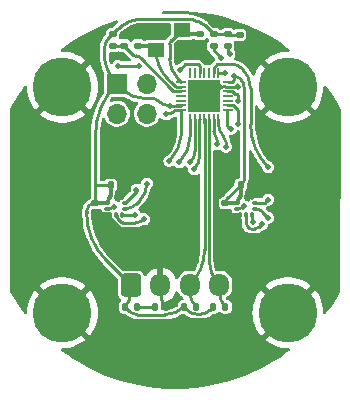
<source format=gbr>
%TF.GenerationSoftware,KiCad,Pcbnew,8.0.6-8.0.6-0~ubuntu20.04.1*%
%TF.CreationDate,2024-11-07T01:45:43+05:00*%
%TF.ProjectId,AH3,4148332e-6b69-4636-9164-5f7063625858,rev?*%
%TF.SameCoordinates,Original*%
%TF.FileFunction,Copper,L1,Top*%
%TF.FilePolarity,Positive*%
%FSLAX46Y46*%
G04 Gerber Fmt 4.6, Leading zero omitted, Abs format (unit mm)*
G04 Created by KiCad (PCBNEW 8.0.6-8.0.6-0~ubuntu20.04.1) date 2024-11-07 01:45:43*
%MOMM*%
%LPD*%
G01*
G04 APERTURE LIST*
G04 Aperture macros list*
%AMRoundRect*
0 Rectangle with rounded corners*
0 $1 Rounding radius*
0 $2 $3 $4 $5 $6 $7 $8 $9 X,Y pos of 4 corners*
0 Add a 4 corners polygon primitive as box body*
4,1,4,$2,$3,$4,$5,$6,$7,$8,$9,$2,$3,0*
0 Add four circle primitives for the rounded corners*
1,1,$1+$1,$2,$3*
1,1,$1+$1,$4,$5*
1,1,$1+$1,$6,$7*
1,1,$1+$1,$8,$9*
0 Add four rect primitives between the rounded corners*
20,1,$1+$1,$2,$3,$4,$5,0*
20,1,$1+$1,$4,$5,$6,$7,0*
20,1,$1+$1,$6,$7,$8,$9,0*
20,1,$1+$1,$8,$9,$2,$3,0*%
G04 Aperture macros list end*
%TA.AperFunction,SMDPad,CuDef*%
%ADD10RoundRect,0.050000X-0.337500X-0.050000X0.337500X-0.050000X0.337500X0.050000X-0.337500X0.050000X0*%
%TD*%
%TA.AperFunction,SMDPad,CuDef*%
%ADD11RoundRect,0.050000X-0.050000X-0.337500X0.050000X-0.337500X0.050000X0.337500X-0.050000X0.337500X0*%
%TD*%
%TA.AperFunction,HeatsinkPad*%
%ADD12R,2.800000X2.800000*%
%TD*%
%TA.AperFunction,SMDPad,CuDef*%
%ADD13RoundRect,0.140000X-0.170000X0.140000X-0.170000X-0.140000X0.170000X-0.140000X0.170000X0.140000X0*%
%TD*%
%TA.AperFunction,SMDPad,CuDef*%
%ADD14RoundRect,0.135000X0.135000X0.185000X-0.135000X0.185000X-0.135000X-0.185000X0.135000X-0.185000X0*%
%TD*%
%TA.AperFunction,SMDPad,CuDef*%
%ADD15RoundRect,0.087500X-0.125000X-0.087500X0.125000X-0.087500X0.125000X0.087500X-0.125000X0.087500X0*%
%TD*%
%TA.AperFunction,SMDPad,CuDef*%
%ADD16RoundRect,0.087500X-0.087500X-0.125000X0.087500X-0.125000X0.087500X0.125000X-0.087500X0.125000X0*%
%TD*%
%TA.AperFunction,ComponentPad*%
%ADD17R,1.700000X1.700000*%
%TD*%
%TA.AperFunction,ComponentPad*%
%ADD18O,1.700000X1.700000*%
%TD*%
%TA.AperFunction,SMDPad,CuDef*%
%ADD19RoundRect,0.135000X0.185000X-0.135000X0.185000X0.135000X-0.185000X0.135000X-0.185000X-0.135000X0*%
%TD*%
%TA.AperFunction,SMDPad,CuDef*%
%ADD20RoundRect,0.140000X0.170000X-0.140000X0.170000X0.140000X-0.170000X0.140000X-0.170000X-0.140000X0*%
%TD*%
%TA.AperFunction,SMDPad,CuDef*%
%ADD21RoundRect,0.140000X-0.140000X-0.170000X0.140000X-0.170000X0.140000X0.170000X-0.140000X0.170000X0*%
%TD*%
%TA.AperFunction,SMDPad,CuDef*%
%ADD22RoundRect,0.147500X0.147500X0.172500X-0.147500X0.172500X-0.147500X-0.172500X0.147500X-0.172500X0*%
%TD*%
%TA.AperFunction,SMDPad,CuDef*%
%ADD23R,1.400000X1.200000*%
%TD*%
%TA.AperFunction,ComponentPad*%
%ADD24C,5.000000*%
%TD*%
%TA.AperFunction,ComponentPad*%
%ADD25RoundRect,0.250000X-0.600000X-0.725000X0.600000X-0.725000X0.600000X0.725000X-0.600000X0.725000X0*%
%TD*%
%TA.AperFunction,ComponentPad*%
%ADD26O,1.700000X1.950000*%
%TD*%
%TA.AperFunction,ViaPad*%
%ADD27C,0.500000*%
%TD*%
%TA.AperFunction,Conductor*%
%ADD28C,0.250000*%
%TD*%
%TA.AperFunction,Conductor*%
%ADD29C,0.300000*%
%TD*%
G04 APERTURE END LIST*
D10*
%TO.P,U3,1,OCS_IN/PD0*%
%TO.N,Net-(U3-OCS_IN{slash}PD0)*%
X136975000Y-86500000D03*
%TO.P,U3,2,OCS_OUT/PD1*%
%TO.N,Net-(U3-OCS_OUT{slash}PD1)*%
X136975000Y-86900000D03*
%TO.P,U3,3,NRST*%
%TO.N,Net-(U3-NRST)*%
X136975000Y-87300000D03*
%TO.P,U3,4,PC2/UART7TX*%
%TO.N,unconnected-(U3-PC2{slash}UART7TX-Pad4)*%
X136975000Y-87700000D03*
%TO.P,U3,5,PC3/UART7RX*%
%TO.N,unconnected-(U3-PC3{slash}UART7RX-Pad5)*%
X136975000Y-88100000D03*
%TO.P,U3,6,VIO*%
%TO.N,VDD*%
X136975000Y-88500000D03*
%TO.P,U3,7,PA4/SPI1NSS/SPI3NSS1/PA1*%
%TO.N,/NSS1*%
X136975000Y-88900000D03*
D11*
%TO.P,U3,8,PA5/SPI1SCK*%
%TO.N,/SCK1*%
X137762500Y-89687500D03*
%TO.P,U3,9,PA6/SPI1MISO*%
%TO.N,/MISO1*%
X138162500Y-89687500D03*
%TO.P,U3,10,PA7/SPI1MOSI*%
%TO.N,/MOSI1*%
X138562500Y-89687500D03*
%TO.P,U3,11,PB10/UART3TX/I2C2SCL*%
%TO.N,/SCL*%
X138962500Y-89687500D03*
%TO.P,U3,12,PB11/UART3RX/I2C2SDA*%
%TO.N,/SDA*%
X139362500Y-89687500D03*
%TO.P,U3,13,PB12/SPI2NSS/CAN2RX*%
%TO.N,/NSS2*%
X139762500Y-89687500D03*
%TO.P,U3,14,PB13/SPI2SCK/UART3CTS/CAN2TX*%
%TO.N,/SCK2*%
X140162500Y-89687500D03*
D10*
%TO.P,U3,15,PB14/SPI2MISO/UART3RTS*%
%TO.N,/MISO2*%
X140950000Y-88900000D03*
%TO.P,U3,16,PB15/SPI2MOSI/UART1TX2*%
%TO.N,/MOSI2*%
X140950000Y-88500000D03*
%TO.P,U3,17,PC8/SD_D0*%
%TO.N,unconnected-(U3-PC8{slash}SD_D0-Pad17)*%
X140950000Y-88100000D03*
%TO.P,U3,18,PA8/UART1RX2/PC9/SD_D1*%
%TO.N,unconnected-(U3-PA8{slash}UART1RX2{slash}PC9{slash}SD_D1-Pad18)*%
X140950000Y-87700000D03*
%TO.P,U3,19,PA13/SWDIO/UART3TX2*%
%TO.N,/SWDIO*%
X140950000Y-87300000D03*
%TO.P,U3,20,VSS/GND*%
%TO.N,GND*%
X140950000Y-86900000D03*
%TO.P,U3,21,VDD*%
%TO.N,VDD*%
X140950000Y-86500000D03*
D11*
%TO.P,U3,22,PA14/SWCLK/UART3RX2*%
%TO.N,/SWCLK*%
X140162500Y-85712500D03*
%TO.P,U3,23,PC10/UART4TX/SPI3SCK1/SD_D2*%
%TO.N,/INT2*%
X139762500Y-85712500D03*
%TO.P,U3,24,PC11/UART4RX/SPI3MISO1/SD_D3*%
%TO.N,unconnected-(U3-PC11{slash}UART4RX{slash}SPI3MISO1{slash}SD_D3-Pad24)*%
X139362500Y-85712500D03*
%TO.P,U3,25,PC12/UART5TX/SPI3MOSI1/SD_CK*%
%TO.N,unconnected-(U3-PC12{slash}UART5TX{slash}SPI3MOSI1{slash}SD_CK-Pad25)*%
X138962500Y-85712500D03*
%TO.P,U3,26,PD2/UART5RX/SD_CMD*%
%TO.N,/INT1*%
X138562500Y-85712500D03*
%TO.P,U3,27,PB6/USB2DM/UART1TX1*%
%TO.N,unconnected-(U3-PB6{slash}USB2DM{slash}UART1TX1-Pad27)*%
X138162500Y-85712500D03*
%TO.P,U3,28,PB7/USB2DP/UART1RX1*%
%TO.N,unconnected-(U3-PB7{slash}USB2DP{slash}UART1RX1-Pad28)*%
X137762500Y-85712500D03*
D12*
%TO.P,U3,29,PAD*%
%TO.N,GND*%
X138962500Y-87700000D03*
%TD*%
D13*
%TO.P,C1,1*%
%TO.N,VDD*%
X129750000Y-96770000D03*
%TO.P,C1,2*%
%TO.N,GND*%
X129750000Y-97730000D03*
%TD*%
D14*
%TO.P,R9,1*%
%TO.N,/SCL*%
X138260000Y-105550000D03*
%TO.P,R9,2*%
%TO.N,VDD*%
X137240000Y-105550000D03*
%TD*%
D15*
%TO.P,U2,1,VDDIO*%
%TO.N,VDD*%
X141737500Y-96737500D03*
%TO.P,U2,2,SCK/SCL*%
%TO.N,/SCK2*%
X141737500Y-97237500D03*
D16*
%TO.P,U2,3,VSS*%
%TO.N,GND*%
X142000000Y-97750000D03*
%TO.P,U2,4,SDI/SDA*%
%TO.N,/MOSI2*%
X142500000Y-97750000D03*
%TO.P,U2,5,SDO*%
%TO.N,/MISO2*%
X143000000Y-97750000D03*
D15*
%TO.P,U2,6,CSB*%
%TO.N,/NSS2*%
X143262500Y-97237500D03*
%TO.P,U2,7,INT*%
%TO.N,/INT2*%
X143262500Y-96737500D03*
D16*
%TO.P,U2,8,VSS*%
%TO.N,GND*%
X143000000Y-96225000D03*
%TO.P,U2,9,VSS*%
X142500000Y-96225000D03*
%TO.P,U2,10,VDD*%
%TO.N,VDD*%
X142000000Y-96225000D03*
%TD*%
D13*
%TO.P,C5,1*%
%TO.N,Net-(U3-OCS_IN{slash}PD0)*%
X138600000Y-82470000D03*
%TO.P,C5,2*%
%TO.N,GND*%
X138600000Y-83430000D03*
%TD*%
%TO.P,C8,1*%
%TO.N,VDD*%
X141950000Y-82520000D03*
%TO.P,C8,2*%
%TO.N,GND*%
X141950000Y-83480000D03*
%TD*%
D17*
%TO.P,J1,1,Pin_1*%
%TO.N,VDD*%
X131560000Y-86660000D03*
D18*
%TO.P,J1,2,Pin_2*%
%TO.N,GND*%
X134100000Y-86660000D03*
%TO.P,J1,3,Pin_3*%
%TO.N,/SWCLK*%
X131560000Y-89200000D03*
%TO.P,J1,4,Pin_4*%
%TO.N,/SWDIO*%
X134100000Y-89200000D03*
%TD*%
D19*
%TO.P,R1,1*%
%TO.N,/NSS1*%
X139770000Y-83480000D03*
%TO.P,R1,2*%
%TO.N,VDD*%
X139770000Y-82460000D03*
%TD*%
D14*
%TO.P,R10,1*%
%TO.N,/SDA*%
X140760000Y-105550000D03*
%TO.P,R10,2*%
%TO.N,VDD*%
X139740000Y-105550000D03*
%TD*%
D13*
%TO.P,C3,1*%
%TO.N,VDD*%
X140750000Y-96777500D03*
%TO.P,C3,2*%
%TO.N,GND*%
X140750000Y-97737500D03*
%TD*%
D20*
%TO.P,C7,1*%
%TO.N,Net-(U3-NRST)*%
X132150000Y-83430000D03*
%TO.P,C7,2*%
%TO.N,GND*%
X132150000Y-82470000D03*
%TD*%
D21*
%TO.P,C2,1*%
%TO.N,VDD*%
X131040000Y-95250000D03*
%TO.P,C2,2*%
%TO.N,GND*%
X132000000Y-95250000D03*
%TD*%
D22*
%TO.P,D1,1,K*%
%TO.N,GND*%
X135735000Y-105550000D03*
%TO.P,D1,2,A*%
%TO.N,Net-(D1-A)*%
X134765000Y-105550000D03*
%TD*%
D19*
%TO.P,R2,1*%
%TO.N,/NSS2*%
X140950000Y-83490000D03*
%TO.P,R2,2*%
%TO.N,VDD*%
X140950000Y-82470000D03*
%TD*%
D15*
%TO.P,U1,1,VDDIO*%
%TO.N,VDD*%
X130737500Y-96750000D03*
%TO.P,U1,2,SCK/SCL*%
%TO.N,/SCK1*%
X130737500Y-97250000D03*
D16*
%TO.P,U1,3,VSS*%
%TO.N,GND*%
X131000000Y-97762500D03*
%TO.P,U1,4,SDI/SDA*%
%TO.N,/MOSI1*%
X131500000Y-97762500D03*
%TO.P,U1,5,SDO*%
%TO.N,/MISO1*%
X132000000Y-97762500D03*
D15*
%TO.P,U1,6,CSB*%
%TO.N,/NSS1*%
X132262500Y-97250000D03*
%TO.P,U1,7,INT*%
%TO.N,/INT1*%
X132262500Y-96750000D03*
D16*
%TO.P,U1,8,VSS*%
%TO.N,GND*%
X132000000Y-96237500D03*
%TO.P,U1,9,VSS*%
X131500000Y-96237500D03*
%TO.P,U1,10,VDD*%
%TO.N,VDD*%
X131000000Y-96237500D03*
%TD*%
D21*
%TO.P,C4,1*%
%TO.N,VDD*%
X142040000Y-95237500D03*
%TO.P,C4,2*%
%TO.N,GND*%
X143000000Y-95237500D03*
%TD*%
D14*
%TO.P,R8,1*%
%TO.N,Net-(D1-A)*%
X133260000Y-105550000D03*
%TO.P,R8,2*%
%TO.N,VDD*%
X132240000Y-105550000D03*
%TD*%
D23*
%TO.P,Y1,1,1*%
%TO.N,Net-(U3-OCS_IN{slash}PD0)*%
X137070000Y-82080000D03*
%TO.P,Y1,2,2*%
%TO.N,GND*%
X134870000Y-82080000D03*
%TO.P,Y1,3,3*%
%TO.N,Net-(U3-OCS_OUT{slash}PD1)*%
X134870000Y-83780000D03*
%TO.P,Y1,4,4*%
%TO.N,GND*%
X137070000Y-83780000D03*
%TD*%
D20*
%TO.P,C6,1*%
%TO.N,Net-(U3-OCS_OUT{slash}PD1)*%
X133350000Y-83430000D03*
%TO.P,C6,2*%
%TO.N,GND*%
X133350000Y-82470000D03*
%TD*%
D19*
%TO.P,R7,1*%
%TO.N,Net-(U3-NRST)*%
X131210000Y-83460000D03*
%TO.P,R7,2*%
%TO.N,VDD*%
X131210000Y-82440000D03*
%TD*%
D24*
%TO.P,H2,1,1*%
%TO.N,GND*%
X146045941Y-106045941D03*
%TD*%
%TO.P,H3,1,1*%
%TO.N,GND*%
X126954058Y-106045941D03*
%TD*%
%TO.P,H4,1,1*%
%TO.N,GND*%
X146045941Y-86954058D03*
%TD*%
D25*
%TO.P,J3,1,Pin_1*%
%TO.N,VDD*%
X132750000Y-103700000D03*
D26*
%TO.P,J3,2,Pin_2*%
%TO.N,GND*%
X135250000Y-103700000D03*
%TO.P,J3,3,Pin_3*%
%TO.N,/SCL*%
X137750000Y-103700000D03*
%TO.P,J3,4,Pin_4*%
%TO.N,/SDA*%
X140250000Y-103700000D03*
%TD*%
D24*
%TO.P,H1,1,1*%
%TO.N,GND*%
X126954058Y-86954058D03*
%TD*%
D27*
%TO.N,GND*%
X141800000Y-86900000D03*
%TO.N,VDD*%
X136090000Y-88521000D03*
X141450000Y-86000000D03*
%TO.N,GND*%
X131300000Y-84350000D03*
X135875000Y-82125000D03*
X138240000Y-84330000D03*
X139100000Y-84330000D03*
X133600000Y-81900004D03*
X142350000Y-84200000D03*
X132770000Y-82470000D03*
X136680000Y-84840000D03*
X132850000Y-94080000D03*
X140980000Y-94685000D03*
%TO.N,/SCK1*%
X131350000Y-97080000D03*
X136850000Y-93300000D03*
%TO.N,/INT1*%
X133400000Y-85130000D03*
X136905000Y-85465000D03*
X133225000Y-95625000D03*
X131650000Y-85130000D03*
%TO.N,/NSS1*%
X140400000Y-84449996D03*
X134100000Y-95110000D03*
X136005000Y-93205000D03*
X135730000Y-89239998D03*
%TO.N,/MOSI1*%
X133870000Y-98120000D03*
X138100000Y-93900000D03*
%TO.N,/MISO1*%
X137790000Y-93310000D03*
X133130000Y-97770000D03*
%TO.N,/MOSI2*%
X141830000Y-90060000D03*
X143850000Y-98560000D03*
%TO.N,/NSS2*%
X144370000Y-98020000D03*
X140060000Y-91770000D03*
X141100000Y-84150000D03*
%TO.N,/SCK2*%
X140800000Y-92000000D03*
X142340624Y-97024824D03*
%TO.N,/INT2*%
X144390000Y-96480000D03*
X144380000Y-93730000D03*
%TO.N,/MISO2*%
X141230000Y-90490000D03*
X143125000Y-98370000D03*
%TO.N,/SWCLK*%
X140750000Y-85750000D03*
%TO.N,/SWDIO*%
X141800000Y-88130000D03*
%TD*%
D28*
%TO.N,/MISO2*%
X140900000Y-88900000D02*
X140900000Y-90200000D01*
X140900000Y-90200000D02*
X141160000Y-90460000D01*
X141160000Y-90460000D02*
X141230000Y-90460000D01*
%TO.N,/NSS1*%
X135730000Y-89239998D02*
X135799883Y-89239998D01*
X135799883Y-89239998D02*
G75*
G03*
X136500005Y-88950005I17J990098D01*
G01*
X136500000Y-88950000D02*
G75*
G02*
X136620710Y-88900004I120700J-120700D01*
G01*
X136620710Y-88900000D02*
X136975000Y-88900000D01*
X137022359Y-90937927D02*
G75*
G02*
X136005015Y-93205015I-3498059J207927D01*
G01*
X136975000Y-88900000D02*
X137022359Y-88947359D01*
X137022359Y-88947359D02*
X137022359Y-90937927D01*
%TO.N,VDD*%
X142359365Y-87095095D02*
G75*
G03*
X141991941Y-86208059I-1254465J-5D01*
G01*
%TO.N,GND*%
X139067928Y-87594571D02*
G75*
G02*
X140721649Y-86909544I1653772J-1653729D01*
G01*
X140732071Y-86900000D02*
X141783884Y-86900000D01*
%TO.N,VDD*%
X140950000Y-86500000D02*
X141300000Y-86500000D01*
X141300000Y-86500000D02*
X141450000Y-86350000D01*
%TO.N,/SWDIO*%
X140900000Y-87300000D02*
X141341116Y-87300000D01*
%TO.N,GND*%
X138962500Y-87700000D02*
X139067928Y-87594571D01*
%TO.N,/SWDIO*%
X141820000Y-87620000D02*
X141820000Y-88110000D01*
X141704442Y-87504442D02*
X141820000Y-87620000D01*
X141573248Y-87504442D02*
X141704442Y-87504442D01*
X141414806Y-87346000D02*
X141573248Y-87504442D01*
%TO.N,GND*%
X140721649Y-86909578D02*
X140732071Y-86900000D01*
%TO.N,/SWDIO*%
X141387116Y-87346000D02*
X141414806Y-87346000D01*
X141341116Y-87300000D02*
X141387116Y-87346000D01*
%TO.N,VDD*%
X141450000Y-86350000D02*
X141450000Y-86000000D01*
D29*
X142040000Y-96185000D02*
X142000000Y-96225000D01*
D28*
X139770000Y-82460000D02*
X140940000Y-82460000D01*
X129000000Y-97450000D02*
X129000000Y-97600000D01*
X138250022Y-81316546D02*
X138400875Y-81373909D01*
X131993890Y-81713952D02*
X132152985Y-81605109D01*
X130500000Y-83750000D02*
X130500000Y-84100934D01*
D29*
X130914277Y-96323224D02*
X131000000Y-96237500D01*
D28*
X131560000Y-86660000D02*
X131560000Y-86040000D01*
X131040000Y-95250000D02*
X129750000Y-95250000D01*
X133276904Y-81180596D02*
X133627397Y-81147962D01*
X130661701Y-101611701D02*
X132750000Y-103700000D01*
X137024699Y-88521000D02*
X136140000Y-88521000D01*
X133300000Y-106200000D02*
X135670762Y-106200000D01*
X131210000Y-82440000D02*
X131439339Y-82210661D01*
D29*
X140790000Y-96737500D02*
X140750000Y-96777500D01*
X142040000Y-95237500D02*
X142040000Y-96185000D01*
D28*
X131210000Y-82440000D02*
X130924265Y-82725735D01*
D29*
X131040000Y-95250000D02*
X131040000Y-96140932D01*
D28*
X137025000Y-88520274D02*
X137024699Y-88521000D01*
X132061680Y-87161680D02*
X131560000Y-86660000D01*
X132932733Y-81254470D02*
X133276904Y-81180596D01*
X137550086Y-105860086D02*
X137240000Y-105550000D01*
X137035787Y-81150000D02*
X137227380Y-81152586D01*
X139740000Y-105550000D02*
X139451127Y-105838873D01*
X131855228Y-81820890D02*
X131993890Y-81713952D01*
X139752930Y-82452929D02*
X139770000Y-82460000D01*
D29*
X141737500Y-96737500D02*
X140790000Y-96737500D01*
D28*
X129750000Y-96770000D02*
X129750000Y-95250000D01*
X137393367Y-81154826D02*
X137572894Y-81167413D01*
X139019935Y-81719934D02*
X139752930Y-82452929D01*
X132440045Y-81442624D02*
X132599721Y-81368546D01*
X140940000Y-82460000D02*
X140950000Y-82470000D01*
X137736625Y-81188565D02*
X137915250Y-81222068D01*
X129750000Y-96770000D02*
X129680000Y-96770000D01*
X136090000Y-88521000D02*
X135991531Y-88521000D01*
X129750000Y-95250000D02*
X129750000Y-91029726D01*
X137025000Y-88500000D02*
X137025000Y-88520274D01*
X137572894Y-81167413D02*
X137736625Y-81188565D01*
X132152985Y-81605109D02*
X132301818Y-81515705D01*
X138700000Y-106150000D02*
X138250000Y-106150000D01*
X137915250Y-81222068D02*
X138074075Y-81261686D01*
X132240000Y-105550000D02*
X132600086Y-105910086D01*
X131584973Y-82068906D02*
X131711143Y-81946096D01*
X132301818Y-81515705D02*
X132440045Y-81442624D01*
X134895080Y-81147962D02*
X134900000Y-81150000D01*
D29*
X141914277Y-96310724D02*
X142000000Y-96225000D01*
D28*
X141950000Y-82520000D02*
X141000000Y-82520000D01*
X134900000Y-81150000D02*
X137035787Y-81150000D01*
X138074075Y-81261686D02*
X138250022Y-81316546D01*
X132750000Y-103700000D02*
X132750000Y-104318752D01*
X138572810Y-81451075D02*
X138711846Y-81524401D01*
X131439339Y-82210661D02*
X131584973Y-82068906D01*
X134468163Y-87890000D02*
X133820000Y-87890000D01*
X139000486Y-81711878D02*
X139019935Y-81719934D01*
X132599721Y-81368546D02*
X132932733Y-81254470D01*
D29*
X129750000Y-96770000D02*
X130689216Y-96770000D01*
D28*
X138400875Y-81373909D02*
X138572810Y-81451075D01*
X136140000Y-88521000D02*
X136090000Y-88521000D01*
X137227380Y-81152586D02*
X137393367Y-81154826D01*
X138879865Y-81626664D02*
X139000486Y-81711878D01*
X141000000Y-82520000D02*
X140950000Y-82470000D01*
X133627397Y-81147962D02*
X134895080Y-81147962D01*
X140926777Y-96350724D02*
X142040000Y-95237500D01*
X138711846Y-81524401D02*
X138879865Y-81626664D01*
X131711143Y-81946096D02*
X131855228Y-81820890D01*
X129000000Y-97600000D02*
G75*
G03*
X130661701Y-101611701I5673400J0D01*
G01*
D29*
X141737500Y-96737500D02*
G75*
G02*
X141914267Y-96310714I603600J0D01*
G01*
D28*
X132600086Y-105910086D02*
G75*
G03*
X133300000Y-106200008I699914J699886D01*
G01*
X129680000Y-96770000D02*
G75*
G03*
X129000000Y-97450000I0J-680000D01*
G01*
D29*
X130689216Y-96770000D02*
G75*
G03*
X130737495Y-96749995I-16J68300D01*
G01*
D28*
X138250000Y-106150000D02*
G75*
G02*
X137550092Y-105860080I0J989800D01*
G01*
X129750000Y-91029726D02*
G75*
G02*
X131559992Y-86659992I6179700J26D01*
G01*
X139451127Y-105838873D02*
G75*
G02*
X138700000Y-106149987I-751127J751173D01*
G01*
X130924265Y-82725735D02*
G75*
G03*
X130499992Y-83750000I1024235J-1024265D01*
G01*
X135670762Y-106200000D02*
G75*
G03*
X137240011Y-105550011I38J2219200D01*
G01*
X130500000Y-84100934D02*
G75*
G03*
X131560010Y-86659990I3619100J34D01*
G01*
D29*
X131040000Y-96140932D02*
G75*
G02*
X130999991Y-96237491I-136600J32D01*
G01*
D28*
X140750000Y-96777500D02*
G75*
G02*
X140926767Y-96350714I603600J0D01*
G01*
X135120000Y-88160000D02*
G75*
G03*
X134468163Y-87890016I-651800J-651800D01*
G01*
D29*
X130737500Y-96750000D02*
G75*
G02*
X130914267Y-96323214I603600J0D01*
G01*
D28*
X135991531Y-88521000D02*
G75*
G02*
X135119991Y-88160009I-31J1232500D01*
G01*
X132750000Y-104318752D02*
G75*
G02*
X132240014Y-105550014I-1741200J-48D01*
G01*
X133820000Y-87890000D02*
G75*
G02*
X132061688Y-87161672I0J2486600D01*
G01*
%TO.N,GND*%
X141950000Y-83800000D02*
X142350000Y-84200000D01*
D29*
X129750000Y-97730000D02*
X130921539Y-97730000D01*
D28*
X133330000Y-94230000D02*
X133160000Y-94400000D01*
D29*
X142500000Y-96225000D02*
X143000000Y-96225000D01*
X131500000Y-96237500D02*
X132000000Y-96237500D01*
D28*
X132800000Y-99500000D02*
X132050000Y-99500000D01*
X135250000Y-101950000D02*
X132800000Y-99500000D01*
X141950000Y-83480000D02*
X141950000Y-83800000D01*
X135250000Y-103700000D02*
X135250000Y-95070000D01*
X146045941Y-106045941D02*
X141380000Y-101380000D01*
X145200000Y-94510000D02*
X145645000Y-94065000D01*
X132850000Y-94080000D02*
X132850000Y-94090000D01*
X141380000Y-98367500D02*
X140750000Y-97737500D01*
X141380000Y-101380000D02*
X141380000Y-98367500D01*
X135250000Y-103700000D02*
X135250000Y-101950000D01*
X135250000Y-103700000D02*
X135250000Y-104379107D01*
D29*
X138600000Y-83430000D02*
X137914974Y-83430000D01*
D28*
X148870000Y-90840000D02*
X148870000Y-89778117D01*
X132150000Y-82470000D02*
X132770000Y-82470000D01*
X148870000Y-89778117D02*
X146045941Y-86954058D01*
X137070000Y-84450000D02*
X136680000Y-84840000D01*
X149170000Y-102921882D02*
X149170000Y-97590000D01*
X134110000Y-82080000D02*
X133710000Y-81680000D01*
X132290000Y-95250000D02*
X132000000Y-95250000D01*
X132050000Y-99500000D02*
X132050000Y-99046366D01*
X137070000Y-83780000D02*
X137070000Y-84450000D01*
D29*
X133350000Y-82470000D02*
X133928457Y-82470000D01*
D28*
X131000000Y-97996366D02*
X131000000Y-97762500D01*
X137640000Y-83780000D02*
X138190000Y-84330000D01*
X146045941Y-106045941D02*
X149170000Y-102921882D01*
X132850000Y-94090000D02*
X133160000Y-94400000D01*
D29*
X132000000Y-96237500D02*
X132000000Y-95250000D01*
D28*
X135250000Y-95070000D02*
X134410000Y-94230000D01*
X132770000Y-82470000D02*
X133350000Y-82470000D01*
X133160000Y-94400000D02*
X132300000Y-95260000D01*
X134410000Y-94230000D02*
X133330000Y-94230000D01*
X132050000Y-99046366D02*
X131000000Y-97996366D01*
X137070000Y-83780000D02*
X137640000Y-83780000D01*
X143000000Y-94510000D02*
X145200000Y-94510000D01*
D29*
X143000000Y-95237500D02*
X143000000Y-96225000D01*
X140750000Y-97737500D02*
X141969823Y-97737500D01*
D28*
X134870000Y-82080000D02*
X134110000Y-82080000D01*
X132300000Y-95260000D02*
X132290000Y-95250000D01*
X145645000Y-94065000D02*
X148870000Y-90840000D01*
X149170000Y-97590000D02*
X145645000Y-94065000D01*
X143000000Y-95237500D02*
X143000000Y-94510000D01*
D29*
X133928457Y-82470000D02*
G75*
G03*
X134870013Y-82080013I43J1331500D01*
G01*
X141969823Y-97737500D02*
G75*
G02*
X141999993Y-97750007I-23J-42700D01*
G01*
X130921539Y-97730000D02*
G75*
G02*
X130999989Y-97762511I-39J-111000D01*
G01*
D28*
X135250000Y-104379107D02*
G75*
G03*
X135735002Y-105549998I1655900J7D01*
G01*
D29*
X137914974Y-83430000D02*
G75*
G03*
X137070007Y-83780007I26J-1195000D01*
G01*
D28*
%TO.N,/SCK1*%
X137772001Y-89647975D02*
X137782812Y-89674073D01*
X130737500Y-97250000D02*
X130939584Y-97250000D01*
X137762500Y-89637500D02*
X137760614Y-89700977D01*
X137762500Y-89637500D02*
X137772001Y-89647975D01*
X137782812Y-89674073D02*
X137782812Y-91047993D01*
X137782812Y-91047993D02*
G75*
G02*
X136850002Y-93300002I-3184812J-7D01*
G01*
X130939584Y-97250000D02*
G75*
G03*
X131350005Y-97080005I16J580400D01*
G01*
%TO.N,/INT1*%
X138562500Y-85167500D02*
X138562500Y-85762500D01*
X136905000Y-85465000D02*
X137370000Y-85000000D01*
X133240000Y-95772500D02*
X132262500Y-96750000D01*
X133400000Y-85130000D02*
X131660000Y-85130000D01*
X133240000Y-95640000D02*
X133240000Y-95772500D01*
X137370000Y-85000000D02*
X138395000Y-85000000D01*
X138395000Y-85000000D02*
X138562500Y-85167500D01*
%TO.N,/NSS1*%
X133180070Y-96869930D02*
X133506030Y-96543970D01*
X139770000Y-83819996D02*
X140400000Y-84449996D01*
X139770000Y-83480000D02*
X139770000Y-83819996D01*
X132262500Y-97250000D02*
X132297730Y-97217602D01*
X133506030Y-96543970D02*
G75*
G03*
X134100012Y-95110000I-1433930J1433970D01*
G01*
X132262500Y-97250000D02*
G75*
G03*
X133180062Y-96869922I0J1297600D01*
G01*
%TO.N,/MOSI1*%
X138555880Y-89644700D02*
X138555880Y-92799409D01*
X132058423Y-98425290D02*
X133132965Y-98425290D01*
X131500000Y-97762500D02*
X131532398Y-97797730D01*
X131913771Y-98350976D02*
X131976083Y-98387542D01*
X131571000Y-97986715D02*
X131571000Y-98031380D01*
X131532398Y-97797730D02*
X131534416Y-97859457D01*
X131566374Y-97978703D02*
X131571000Y-97986715D01*
X131571000Y-98031380D02*
X131768620Y-98229000D01*
X131844112Y-98299719D02*
X131913771Y-98350976D01*
X131976083Y-98387542D02*
X132058423Y-98425290D01*
X131534416Y-97859457D02*
X131566374Y-97978703D01*
X131768620Y-98229000D02*
X131844112Y-98299719D01*
X138562500Y-89637500D02*
X138555880Y-89644700D01*
X133132965Y-98425290D02*
G75*
G03*
X133870010Y-98120010I35J1042290D01*
G01*
X138555880Y-92799409D02*
G75*
G02*
X138099998Y-93899998I-1556480J9D01*
G01*
%TO.N,/MISO1*%
X138168989Y-89643989D02*
X138168989Y-92395040D01*
X132018106Y-97770000D02*
X132000000Y-97762500D01*
X133130000Y-97770000D02*
X132018106Y-97770000D01*
X138162500Y-89637500D02*
X138168989Y-89643989D01*
X133150000Y-97770000D02*
X133130000Y-97770000D01*
X138168989Y-92395040D02*
G75*
G02*
X137789988Y-93309988I-1293989J40D01*
G01*
%TO.N,/MOSI2*%
X142500000Y-97750000D02*
X142500000Y-98437868D01*
X142650000Y-98800000D02*
X142714644Y-98864644D01*
X140900000Y-88500000D02*
X141415000Y-88500000D01*
X141415000Y-88500000D02*
X141830000Y-88915000D01*
X142920711Y-98950000D02*
X143200000Y-98950000D01*
X141830000Y-88915000D02*
X141830000Y-90060000D01*
X143200000Y-98950000D02*
X143247625Y-98948006D01*
X143613576Y-98796424D02*
X143850000Y-98560000D01*
X142500000Y-98437868D02*
G75*
G03*
X142649991Y-98800009I512100J-32D01*
G01*
X142714644Y-98864644D02*
G75*
G03*
X142920711Y-98949999I206056J206044D01*
G01*
X143247625Y-98948006D02*
G75*
G03*
X143613558Y-98796406I-25J517506D01*
G01*
%TO.N,/NSS2*%
X140950000Y-83490000D02*
X140950000Y-84000000D01*
X140950000Y-84000000D02*
X141100000Y-84150000D01*
X139762500Y-89637500D02*
X139762500Y-90715620D01*
X144370000Y-98000000D02*
X143851452Y-97481452D01*
X140060000Y-91433847D02*
X140060000Y-91770000D01*
X143851452Y-97481452D02*
G75*
G03*
X143262500Y-97237499I-588952J-588948D01*
G01*
X139762500Y-90715620D02*
G75*
G03*
X139930006Y-91119994I571900J20D01*
G01*
X139930000Y-91120000D02*
G75*
G02*
X140059980Y-91433847I-313800J-313800D01*
G01*
%TO.N,/SCK2*%
X140162500Y-89637500D02*
X140162500Y-90086208D01*
X142299392Y-97024824D02*
X142340624Y-97024824D01*
X141737500Y-97237500D02*
X141827193Y-97237500D01*
X142170519Y-97153697D02*
X142299392Y-97024824D01*
X140800000Y-91625269D02*
X140800000Y-92000000D01*
X140570000Y-91070000D02*
G75*
G02*
X140800013Y-91625269I-555300J-555300D01*
G01*
X141827193Y-97237500D02*
G75*
G03*
X142170529Y-97153716I-4693J764600D01*
G01*
X140162500Y-90086208D02*
G75*
G03*
X140570002Y-91069998I1391300J8D01*
G01*
%TO.N,/INT2*%
X141210173Y-84990000D02*
X140066194Y-84990000D01*
X139762500Y-85293694D02*
X139762500Y-85712500D01*
X140066194Y-84990000D02*
X139762500Y-85293694D01*
X144390000Y-96480000D02*
X144400000Y-96490000D01*
X144072500Y-96737500D02*
X144350000Y-96460000D01*
X144370000Y-96460000D02*
X144390000Y-96480000D01*
X144350000Y-96460000D02*
X144370000Y-96460000D01*
X143262500Y-96737500D02*
X144072500Y-96737500D01*
X142880000Y-90108680D02*
X142880000Y-87041665D01*
X142200000Y-85400000D02*
G75*
G03*
X141210173Y-84990011I-989800J-989800D01*
G01*
X144380000Y-93730000D02*
G75*
G02*
X142880008Y-90108680I3621300J3621300D01*
G01*
X142880000Y-87041665D02*
G75*
G03*
X142199990Y-85400010I-2321700J-35D01*
G01*
%TO.N,/MISO2*%
X143000000Y-97750000D02*
X143000000Y-98245000D01*
X143000000Y-98245000D02*
X143125000Y-98370000D01*
%TO.N,/SCL*%
X137750997Y-103723812D02*
X137750997Y-104321159D01*
X138983500Y-89641771D02*
X138983500Y-100722068D01*
X137750000Y-103700000D02*
X137750997Y-103723812D01*
X137750997Y-104321159D02*
G75*
G03*
X138259988Y-105550012I1737803J-41D01*
G01*
X138983500Y-100722068D02*
G75*
G02*
X137750009Y-103700009I-4211400J-32D01*
G01*
%TO.N,Net-(U3-NRST)*%
X136411943Y-87266521D02*
X136365797Y-87253982D01*
X136979001Y-87279000D02*
X136542170Y-87279000D01*
X132824810Y-84122815D02*
X132932695Y-84230700D01*
X133433309Y-84372909D02*
X133580200Y-84519800D01*
X132164142Y-83464142D02*
X132800000Y-84100000D01*
X136474683Y-87276992D02*
X136411943Y-87266521D01*
X136332022Y-87241741D02*
X136268532Y-87208133D01*
X137002208Y-87288613D02*
X136979001Y-87279000D01*
X137025000Y-87300000D02*
X137021678Y-87296678D01*
X132150000Y-83430000D02*
X131240000Y-83430000D01*
X133100000Y-84300000D02*
X133257291Y-84300000D01*
X137021678Y-87296678D02*
X137002208Y-87288613D01*
X131240000Y-83430000D02*
X131210000Y-83460000D01*
X136268532Y-87208133D02*
X133580200Y-84519800D01*
X136365797Y-87253982D02*
X136332022Y-87241741D01*
X132800000Y-84100000D02*
X132824810Y-84122815D01*
X136542170Y-87279000D02*
X136474683Y-87276992D01*
X133257291Y-84300000D02*
G75*
G02*
X133433308Y-84372910I9J-248900D01*
G01*
X132150000Y-83430000D02*
G75*
G03*
X132164139Y-83464145I48300J0D01*
G01*
X132932695Y-84230700D02*
G75*
G03*
X133100000Y-84300001I167305J167300D01*
G01*
%TO.N,/SDA*%
X140250000Y-103700000D02*
X140250000Y-104318752D01*
X139362500Y-89637500D02*
X139362500Y-101557386D01*
X139362500Y-101557386D02*
G75*
G03*
X140249996Y-103700004I3030100J-14D01*
G01*
X140250000Y-104318752D02*
G75*
G03*
X140760015Y-105549985I1741300J52D01*
G01*
%TO.N,/SWCLK*%
X140162500Y-85762500D02*
X140719823Y-85762500D01*
X140719823Y-85762500D02*
G75*
G03*
X140749993Y-85749993I-23J42700D01*
G01*
%TO.N,Net-(U3-OCS_IN{slash}PD0)*%
X136020000Y-84560000D02*
X136020000Y-83306568D01*
X136144852Y-83005147D02*
X137070000Y-82080000D01*
X137025000Y-86500000D02*
X136681145Y-86156145D01*
D29*
X138600000Y-82470000D02*
X138011543Y-82470000D01*
D28*
X136681145Y-86156145D02*
G75*
G02*
X136020003Y-84560000I1596155J1596145D01*
G01*
D29*
X138011543Y-82470000D02*
G75*
G02*
X137069987Y-82080013I-43J1331500D01*
G01*
D28*
X136020000Y-83306568D02*
G75*
G02*
X136144863Y-83005158I426300J-32D01*
G01*
%TO.N,Net-(U3-OCS_OUT{slash}PD1)*%
X136160000Y-86550000D02*
X135916518Y-86306518D01*
D29*
X133350000Y-83430000D02*
X134025026Y-83430000D01*
D28*
X136452930Y-86842929D02*
X136160000Y-86550000D01*
X137025000Y-86900000D02*
X136590710Y-86900000D01*
D29*
X134025026Y-83430000D02*
G75*
G02*
X134869993Y-83780007I-26J-1195000D01*
G01*
D28*
X135916518Y-86306518D02*
G75*
G02*
X134869989Y-83780000I2526482J2526518D01*
G01*
X136590710Y-86900000D02*
G75*
G02*
X136452935Y-86842924I-10J194800D01*
G01*
%TO.N,Net-(D1-A)*%
X134765000Y-105550000D02*
X133260000Y-105550000D01*
%TO.N,VDD*%
X142040000Y-95237500D02*
X142112890Y-95160949D01*
X142340020Y-94731408D02*
X142353043Y-94668693D01*
X142112890Y-95160949D02*
X142170428Y-95088317D01*
X142170428Y-95088317D02*
X142229839Y-94997741D01*
X142229839Y-94997741D02*
X142272072Y-94917749D01*
X142272072Y-94917749D02*
X142315566Y-94813070D01*
X141450000Y-86000000D02*
X141489646Y-86000000D01*
X142315566Y-94813070D02*
X142340020Y-94731408D01*
X142353043Y-94668693D02*
X142359365Y-94621009D01*
X142359365Y-94621009D02*
X142359365Y-87095095D01*
X141489646Y-86000000D02*
G75*
G02*
X141991929Y-86208071I-46J-710400D01*
G01*
%TD*%
%TA.AperFunction,Conductor*%
%TO.N,GND*%
G36*
X131662277Y-81321889D02*
G01*
X131693294Y-81384496D01*
X131685540Y-81453934D01*
X131650293Y-81497305D01*
X131652374Y-81499700D01*
X131619941Y-81527881D01*
X131614341Y-81532467D01*
X131586765Y-81553735D01*
X131583032Y-81557487D01*
X131570469Y-81570871D01*
X131503675Y-81628912D01*
X131490542Y-81638145D01*
X131484648Y-81642543D01*
X131459335Y-81667181D01*
X131454189Y-81671915D01*
X131427530Y-81695083D01*
X131422687Y-81700555D01*
X131412363Y-81712904D01*
X131358487Y-81765346D01*
X131358486Y-81765346D01*
X131236220Y-81884356D01*
X131174451Y-81917011D01*
X131149730Y-81919500D01*
X130988418Y-81919500D01*
X130913482Y-81930418D01*
X130913480Y-81930418D01*
X130913478Y-81930419D01*
X130797900Y-81986921D01*
X130797897Y-81986923D01*
X130706923Y-82077897D01*
X130706921Y-82077900D01*
X130650419Y-82193478D01*
X130650418Y-82193480D01*
X130650418Y-82193482D01*
X130639500Y-82268418D01*
X130639500Y-82268423D01*
X130639500Y-82428110D01*
X130619815Y-82495149D01*
X130603180Y-82515793D01*
X130574218Y-82544753D01*
X130500567Y-82640735D01*
X130429015Y-82733982D01*
X130428654Y-82734452D01*
X130401101Y-82782175D01*
X130309101Y-82941520D01*
X130309100Y-82941523D01*
X130309098Y-82941525D01*
X130217597Y-83162425D01*
X130155709Y-83393388D01*
X130124500Y-83630438D01*
X130124500Y-84049562D01*
X130124487Y-84049606D01*
X130124487Y-84275346D01*
X130154892Y-84622832D01*
X130208767Y-84928360D01*
X130215465Y-84966343D01*
X130302190Y-85289997D01*
X130305749Y-85303276D01*
X130425048Y-85631041D01*
X130453557Y-85692179D01*
X130464048Y-85761257D01*
X130462792Y-85768771D01*
X130459500Y-85785323D01*
X130459500Y-87380217D01*
X130439816Y-87447256D01*
X130288532Y-87682659D01*
X130064133Y-88093615D01*
X129909002Y-88433309D01*
X129869619Y-88519547D01*
X129809472Y-88680808D01*
X129705980Y-88958281D01*
X129574068Y-89407538D01*
X129574065Y-89407548D01*
X129474538Y-89865075D01*
X129407902Y-90328558D01*
X129374500Y-90795605D01*
X129374500Y-96231887D01*
X129354815Y-96298926D01*
X129338181Y-96319568D01*
X129260141Y-96397607D01*
X129221944Y-96472572D01*
X129173969Y-96523367D01*
X129173461Y-96523663D01*
X129072275Y-96582083D01*
X129072274Y-96582084D01*
X128930798Y-96700798D01*
X128812084Y-96842274D01*
X128812080Y-96842280D01*
X128719740Y-97002217D01*
X128719737Y-97002224D01*
X128656570Y-97175773D01*
X128624500Y-97357653D01*
X128624500Y-97816039D01*
X128655323Y-98247010D01*
X128716814Y-98674693D01*
X128808655Y-99096879D01*
X128808658Y-99096889D01*
X128876083Y-99326516D01*
X128930387Y-99511459D01*
X128975288Y-99631844D01*
X129081387Y-99916304D01*
X129260865Y-100309307D01*
X129260869Y-100309314D01*
X129467939Y-100688534D01*
X129467943Y-100688541D01*
X129491229Y-100724774D01*
X129701536Y-101052020D01*
X129960478Y-101397925D01*
X130098654Y-101557388D01*
X130243421Y-101724458D01*
X130361225Y-101842262D01*
X130378739Y-101859776D01*
X130378744Y-101859783D01*
X130414796Y-101895833D01*
X131613181Y-103094218D01*
X131646666Y-103155541D01*
X131649500Y-103181899D01*
X131649500Y-104472870D01*
X131649501Y-104472876D01*
X131655908Y-104532483D01*
X131706202Y-104667328D01*
X131706206Y-104667335D01*
X131771969Y-104755182D01*
X131792454Y-104782546D01*
X131879158Y-104847453D01*
X131921028Y-104903385D01*
X131926012Y-104973077D01*
X131892527Y-105034400D01*
X131878765Y-105046055D01*
X131786923Y-105137897D01*
X131786921Y-105137900D01*
X131730419Y-105253478D01*
X131730418Y-105253480D01*
X131730418Y-105253482D01*
X131719500Y-105328418D01*
X131719500Y-105771582D01*
X131730418Y-105846518D01*
X131730418Y-105846519D01*
X131730419Y-105846521D01*
X131786921Y-105962099D01*
X131786923Y-105962102D01*
X131877897Y-106053076D01*
X131877900Y-106053078D01*
X131988656Y-106107222D01*
X131993482Y-106109582D01*
X132068418Y-106120500D01*
X132228101Y-106120500D01*
X132295140Y-106140185D01*
X132315777Y-106156814D01*
X132347828Y-106188865D01*
X132375137Y-106216174D01*
X132375220Y-106216247D01*
X132397845Y-106238872D01*
X132532681Y-106342339D01*
X132539836Y-106347829D01*
X132694833Y-106437320D01*
X132694844Y-106437324D01*
X132694845Y-106437325D01*
X132860181Y-106505812D01*
X132860183Y-106505812D01*
X132860186Y-106505814D01*
X133033065Y-106552138D01*
X133210511Y-106575499D01*
X133240563Y-106575499D01*
X133240575Y-106575500D01*
X133250565Y-106575500D01*
X135728651Y-106575500D01*
X135728891Y-106575483D01*
X135816473Y-106575485D01*
X136106076Y-106542859D01*
X136106086Y-106542856D01*
X136106092Y-106542856D01*
X136339618Y-106489557D01*
X136390205Y-106478012D01*
X136665286Y-106381760D01*
X136927861Y-106255313D01*
X137112168Y-106139506D01*
X137178140Y-106120500D01*
X137228099Y-106120500D01*
X137295138Y-106140185D01*
X137315780Y-106156819D01*
X137325590Y-106166629D01*
X137325681Y-106166708D01*
X137334289Y-106175316D01*
X137347845Y-106188872D01*
X137347848Y-106188874D01*
X137347850Y-106188876D01*
X137489827Y-106297823D01*
X137489831Y-106297825D01*
X137489836Y-106297829D01*
X137644833Y-106387320D01*
X137644844Y-106387324D01*
X137644845Y-106387325D01*
X137810181Y-106455812D01*
X137810183Y-106455812D01*
X137810186Y-106455814D01*
X137983065Y-106502138D01*
X138160511Y-106525499D01*
X138190563Y-106525499D01*
X138190575Y-106525500D01*
X138200565Y-106525500D01*
X138757493Y-106525500D01*
X138757706Y-106525486D01*
X138794235Y-106525486D01*
X138825376Y-106521386D01*
X138981089Y-106500887D01*
X139084572Y-106473159D01*
X139163129Y-106452112D01*
X139163131Y-106452110D01*
X139163135Y-106452110D01*
X139337258Y-106379989D01*
X139500478Y-106285759D01*
X139650002Y-106171031D01*
X139664214Y-106156819D01*
X139725537Y-106123334D01*
X139751895Y-106120500D01*
X139911577Y-106120500D01*
X139911582Y-106120500D01*
X139986518Y-106109582D01*
X140044310Y-106081329D01*
X140102099Y-106053078D01*
X140102102Y-106053076D01*
X140162319Y-105992860D01*
X140223642Y-105959375D01*
X140293334Y-105964359D01*
X140337681Y-105992860D01*
X140397897Y-106053076D01*
X140397900Y-106053078D01*
X140508656Y-106107222D01*
X140513482Y-106109582D01*
X140588418Y-106120500D01*
X140588423Y-106120500D01*
X140931577Y-106120500D01*
X140931582Y-106120500D01*
X141006518Y-106109582D01*
X141064310Y-106081329D01*
X141122099Y-106053078D01*
X141122102Y-106053076D01*
X141213076Y-105962102D01*
X141213078Y-105962099D01*
X141241329Y-105904310D01*
X141269582Y-105846518D01*
X141280500Y-105771582D01*
X141280500Y-105328418D01*
X141269582Y-105253482D01*
X141258895Y-105231621D01*
X141213078Y-105137900D01*
X141213076Y-105137897D01*
X141122102Y-105046923D01*
X141122099Y-105046921D01*
X141006521Y-104990419D01*
X141006519Y-104990418D01*
X141006518Y-104990418D01*
X140931582Y-104979500D01*
X140931577Y-104979500D01*
X140914883Y-104979500D01*
X140847844Y-104959815D01*
X140802089Y-104907011D01*
X140792145Y-104837853D01*
X140821170Y-104774297D01*
X140841997Y-104755182D01*
X140843147Y-104754345D01*
X140966928Y-104664414D01*
X141089414Y-104541928D01*
X141191232Y-104401788D01*
X141269873Y-104247445D01*
X141323402Y-104082701D01*
X141350500Y-103911611D01*
X141350500Y-103488389D01*
X141323402Y-103317299D01*
X141269873Y-103152555D01*
X141191232Y-102998212D01*
X141089414Y-102858072D01*
X140966928Y-102735586D01*
X140826788Y-102633768D01*
X140672445Y-102555127D01*
X140507701Y-102501598D01*
X140507699Y-102501597D01*
X140507698Y-102501597D01*
X140365168Y-102479023D01*
X140336611Y-102474500D01*
X140163389Y-102474500D01*
X140018370Y-102497468D01*
X139949077Y-102488513D01*
X139895625Y-102443517D01*
X139879819Y-102409322D01*
X139855210Y-102323903D01*
X139806487Y-102154781D01*
X139803394Y-102141227D01*
X139786033Y-102039044D01*
X139755861Y-101861464D01*
X139754307Y-101847669D01*
X139738195Y-101560735D01*
X139738000Y-101553783D01*
X139738000Y-92362727D01*
X139757685Y-92295688D01*
X139810489Y-92249933D01*
X139879647Y-92239989D01*
X139896934Y-92243750D01*
X139988036Y-92270499D01*
X139988038Y-92270500D01*
X139988039Y-92270500D01*
X140131961Y-92270500D01*
X140246959Y-92236734D01*
X140316828Y-92236734D01*
X140375606Y-92274508D01*
X140393959Y-92295688D01*
X140468872Y-92382143D01*
X140589947Y-92459953D01*
X140589950Y-92459954D01*
X140589949Y-92459954D01*
X140728036Y-92500499D01*
X140728038Y-92500500D01*
X140728039Y-92500500D01*
X140871962Y-92500500D01*
X140871962Y-92500499D01*
X141010053Y-92459953D01*
X141131128Y-92382143D01*
X141225377Y-92273373D01*
X141285165Y-92142457D01*
X141305647Y-92000000D01*
X141285165Y-91857543D01*
X141225377Y-91726627D01*
X141205797Y-91704031D01*
X141176773Y-91640476D01*
X141175511Y-91622845D01*
X141175508Y-91533901D01*
X141146921Y-91353445D01*
X141146921Y-91353443D01*
X141090458Y-91179683D01*
X141085929Y-91170795D01*
X141073033Y-91102126D01*
X141099309Y-91037385D01*
X141156416Y-90997128D01*
X141196414Y-90990500D01*
X141301962Y-90990500D01*
X141301962Y-90990499D01*
X141440053Y-90949953D01*
X141561128Y-90872143D01*
X141655377Y-90763373D01*
X141693796Y-90679248D01*
X141714923Y-90632988D01*
X141760678Y-90580184D01*
X141827717Y-90560500D01*
X141859865Y-90560500D01*
X141926904Y-90580185D01*
X141972659Y-90632989D01*
X141983865Y-90684500D01*
X141983865Y-94553357D01*
X141964180Y-94620396D01*
X141911376Y-94666151D01*
X141874013Y-94675830D01*
X141874078Y-94676238D01*
X141869860Y-94676905D01*
X141869594Y-94676975D01*
X141869257Y-94677001D01*
X141777829Y-94691481D01*
X141777828Y-94691481D01*
X141667607Y-94747642D01*
X141667603Y-94747645D01*
X141580145Y-94835103D01*
X141580142Y-94835108D01*
X141580141Y-94835109D01*
X141579368Y-94836627D01*
X141523981Y-94945327D01*
X141523981Y-94945328D01*
X141509500Y-95036764D01*
X141509500Y-95185600D01*
X141489815Y-95252639D01*
X141473181Y-95273281D01*
X140703760Y-96042701D01*
X140703728Y-96042730D01*
X140697560Y-96048898D01*
X140697522Y-96048918D01*
X140606751Y-96139695D01*
X140606747Y-96139700D01*
X140556326Y-96209106D01*
X140500998Y-96251774D01*
X140475405Y-96258698D01*
X140457828Y-96261482D01*
X140457826Y-96261482D01*
X140457825Y-96261483D01*
X140362533Y-96310037D01*
X140347607Y-96317642D01*
X140347603Y-96317645D01*
X140260145Y-96405103D01*
X140260142Y-96405108D01*
X140260141Y-96405109D01*
X140242959Y-96438830D01*
X140203981Y-96515327D01*
X140203981Y-96515328D01*
X140189500Y-96606764D01*
X140189500Y-96948239D01*
X140203981Y-97039670D01*
X140203981Y-97039671D01*
X140203982Y-97039674D01*
X140203983Y-97039675D01*
X140259527Y-97148686D01*
X140260142Y-97149892D01*
X140260145Y-97149896D01*
X140347603Y-97237354D01*
X140347605Y-97237355D01*
X140347609Y-97237359D01*
X140457825Y-97293517D01*
X140457826Y-97293517D01*
X140457828Y-97293518D01*
X140492947Y-97299079D01*
X140549265Y-97308000D01*
X140950734Y-97307999D01*
X140950739Y-97307999D01*
X140950739Y-97307998D01*
X140998096Y-97300498D01*
X141042170Y-97293518D01*
X141042171Y-97293517D01*
X141042175Y-97293517D01*
X141094795Y-97266705D01*
X141163461Y-97253809D01*
X141228202Y-97280084D01*
X141268459Y-97337190D01*
X141274027Y-97361006D01*
X141280980Y-97413826D01*
X141280982Y-97413833D01*
X141330256Y-97519500D01*
X141331356Y-97521859D01*
X141415641Y-97606144D01*
X141523670Y-97656519D01*
X141572897Y-97663000D01*
X141902102Y-97662999D01*
X141934317Y-97658758D01*
X142003350Y-97669524D01*
X142055606Y-97715903D01*
X142074500Y-97781696D01*
X142074500Y-97914604D01*
X142080980Y-97963825D01*
X142080982Y-97963833D01*
X142112882Y-98032241D01*
X142124500Y-98084646D01*
X142124500Y-98495359D01*
X142124510Y-98495520D01*
X142124510Y-98498845D01*
X142124510Y-98507705D01*
X142145898Y-98642791D01*
X142146359Y-98645699D01*
X142146362Y-98645715D01*
X142189528Y-98778582D01*
X142189532Y-98778593D01*
X142231055Y-98860091D01*
X142252959Y-98903082D01*
X142252961Y-98903086D01*
X142252963Y-98903088D01*
X142335084Y-99016121D01*
X142335085Y-99016122D01*
X142345184Y-99026220D01*
X142345201Y-99026239D01*
X142367039Y-99048077D01*
X142367043Y-99048082D01*
X142410927Y-99091965D01*
X142410942Y-99091979D01*
X142412797Y-99093834D01*
X142412799Y-99093837D01*
X142495561Y-99176603D01*
X142495566Y-99176607D01*
X142604797Y-99249595D01*
X142604806Y-99249600D01*
X142726174Y-99299872D01*
X142726178Y-99299872D01*
X142726181Y-99299874D01*
X142855036Y-99325502D01*
X142920724Y-99325500D01*
X142920726Y-99325500D01*
X143144844Y-99325500D01*
X143158174Y-99326972D01*
X143158215Y-99326516D01*
X143166316Y-99327239D01*
X143205247Y-99325609D01*
X143210434Y-99325500D01*
X143249433Y-99325500D01*
X143249435Y-99325500D01*
X143249436Y-99325499D01*
X143256334Y-99324591D01*
X143272519Y-99323529D01*
X143317910Y-99323527D01*
X143317930Y-99323527D01*
X143373463Y-99314728D01*
X143456767Y-99301530D01*
X143479073Y-99294280D01*
X143590449Y-99258085D01*
X143590451Y-99258083D01*
X143590454Y-99258083D01*
X143715699Y-99194258D01*
X143829417Y-99111626D01*
X143844396Y-99096644D01*
X143905716Y-99063155D01*
X143914443Y-99061580D01*
X143921954Y-99060500D01*
X143921961Y-99060500D01*
X143921968Y-99060498D01*
X144060050Y-99019954D01*
X144060050Y-99019953D01*
X144060053Y-99019953D01*
X144181128Y-98942143D01*
X144275377Y-98833373D01*
X144335165Y-98702457D01*
X144346431Y-98624098D01*
X144375456Y-98560544D01*
X144434234Y-98522769D01*
X144434235Y-98522769D01*
X144580050Y-98479954D01*
X144580050Y-98479953D01*
X144580053Y-98479953D01*
X144701128Y-98402143D01*
X144795377Y-98293373D01*
X144855165Y-98162457D01*
X144875647Y-98020000D01*
X144855165Y-97877543D01*
X144795377Y-97746627D01*
X144701128Y-97637857D01*
X144666581Y-97615655D01*
X144580051Y-97560045D01*
X144441997Y-97519510D01*
X144389251Y-97488214D01*
X144186531Y-97285494D01*
X144153046Y-97224171D01*
X144158030Y-97154479D01*
X144199902Y-97098546D01*
X144212213Y-97090426D01*
X144217435Y-97087410D01*
X144217438Y-97087410D01*
X144303062Y-97037975D01*
X144324218Y-97016819D01*
X144385541Y-96983334D01*
X144411899Y-96980500D01*
X144461962Y-96980500D01*
X144461962Y-96980499D01*
X144600053Y-96939953D01*
X144721128Y-96862143D01*
X144815377Y-96753373D01*
X144875165Y-96622457D01*
X144895647Y-96480000D01*
X144875165Y-96337543D01*
X144815377Y-96206627D01*
X144721128Y-96097857D01*
X144600053Y-96020047D01*
X144600051Y-96020046D01*
X144600049Y-96020045D01*
X144600050Y-96020045D01*
X144461963Y-95979500D01*
X144461961Y-95979500D01*
X144318039Y-95979500D01*
X144318036Y-95979500D01*
X144179949Y-96020045D01*
X144058873Y-96097856D01*
X143964623Y-96206626D01*
X143964622Y-96206628D01*
X143926770Y-96289512D01*
X143881015Y-96342316D01*
X143813976Y-96362000D01*
X143597146Y-96362000D01*
X143544741Y-96350382D01*
X143543525Y-96349815D01*
X143476330Y-96318481D01*
X143476328Y-96318480D01*
X143427113Y-96312001D01*
X143427108Y-96312000D01*
X143427103Y-96312000D01*
X143427096Y-96312000D01*
X143097895Y-96312000D01*
X143048674Y-96318480D01*
X143048666Y-96318482D01*
X142940640Y-96368856D01*
X142856356Y-96453140D01*
X142805781Y-96561598D01*
X142759608Y-96614037D01*
X142692414Y-96633189D01*
X142626360Y-96613509D01*
X142550675Y-96564869D01*
X142509804Y-96552869D01*
X142451026Y-96515094D01*
X142422001Y-96451539D01*
X142421800Y-96417706D01*
X142423459Y-96405109D01*
X142425500Y-96389603D01*
X142425499Y-96310035D01*
X142429725Y-96277939D01*
X142435003Y-96258245D01*
X142440501Y-96237727D01*
X142440501Y-96132273D01*
X142440501Y-96124678D01*
X142440500Y-96124660D01*
X142440500Y-95750612D01*
X142460185Y-95683573D01*
X142476815Y-95662934D01*
X142499859Y-95639891D01*
X142556017Y-95529675D01*
X142556017Y-95529673D01*
X142556018Y-95529672D01*
X142556018Y-95529671D01*
X142565433Y-95470224D01*
X142570500Y-95438235D01*
X142570499Y-95187825D01*
X142590183Y-95120787D01*
X142596213Y-95112223D01*
X142599862Y-95107479D01*
X142599861Y-95107479D01*
X142599863Y-95107478D01*
X142610011Y-95083050D01*
X142614866Y-95072734D01*
X142627211Y-95049353D01*
X142627213Y-95049350D01*
X142628749Y-95042602D01*
X142635142Y-95022568D01*
X142647061Y-94993881D01*
X142656035Y-94976359D01*
X142661102Y-94968146D01*
X142667910Y-94945409D01*
X142672180Y-94933428D01*
X142681293Y-94911497D01*
X142682563Y-94901929D01*
X142686714Y-94882615D01*
X142687143Y-94881185D01*
X142695167Y-94861037D01*
X142697626Y-94856156D01*
X142703298Y-94828834D01*
X142705922Y-94818471D01*
X142713919Y-94791769D01*
X142713919Y-94791767D01*
X142715215Y-94783744D01*
X142715922Y-94783858D01*
X142717914Y-94770301D01*
X142718784Y-94767059D01*
X142718788Y-94767052D01*
X142722890Y-94736113D01*
X142724405Y-94727196D01*
X142730750Y-94696643D01*
X142730995Y-94693330D01*
X142734839Y-94670643D01*
X142734865Y-94670447D01*
X142734865Y-94653975D01*
X142735941Y-94637674D01*
X142738105Y-94621355D01*
X142735911Y-94604570D01*
X142734865Y-94588499D01*
X142734865Y-92381598D01*
X142754550Y-92314559D01*
X142807354Y-92268804D01*
X142876512Y-92258860D01*
X142940068Y-92287885D01*
X142973425Y-92334145D01*
X143005571Y-92411752D01*
X143155499Y-92706003D01*
X143201675Y-92796628D01*
X143201678Y-92796634D01*
X143411041Y-93138282D01*
X143427356Y-93164905D01*
X143503746Y-93270047D01*
X143681238Y-93514345D01*
X143681248Y-93514359D01*
X143852825Y-93715248D01*
X143881273Y-93778133D01*
X143894834Y-93872453D01*
X143894835Y-93872458D01*
X143954622Y-94003371D01*
X143954623Y-94003373D01*
X144048872Y-94112143D01*
X144169947Y-94189953D01*
X144169950Y-94189954D01*
X144169949Y-94189954D01*
X144308036Y-94230499D01*
X144308038Y-94230500D01*
X144308039Y-94230500D01*
X144451962Y-94230500D01*
X144451962Y-94230499D01*
X144590053Y-94189953D01*
X144711128Y-94112143D01*
X144805377Y-94003373D01*
X144865165Y-93872457D01*
X144885647Y-93730000D01*
X144865165Y-93587543D01*
X144805377Y-93456627D01*
X144711128Y-93347857D01*
X144676581Y-93325655D01*
X144590051Y-93270045D01*
X144452359Y-93229616D01*
X144396278Y-93194854D01*
X144395904Y-93194448D01*
X144389556Y-93187019D01*
X144188220Y-92931626D01*
X144164885Y-92902026D01*
X144159165Y-92894152D01*
X144111527Y-92822857D01*
X143957553Y-92592417D01*
X143952467Y-92584118D01*
X143882932Y-92459954D01*
X143775139Y-92267475D01*
X143770731Y-92258823D01*
X143618789Y-91929236D01*
X143615074Y-91920265D01*
X143489464Y-91579783D01*
X143486459Y-91570533D01*
X143483492Y-91560012D01*
X143387948Y-91221234D01*
X143385683Y-91211796D01*
X143314885Y-90855869D01*
X143313363Y-90846262D01*
X143303552Y-90763371D01*
X143270707Y-90485853D01*
X143269945Y-90476154D01*
X143255596Y-90110884D01*
X143255500Y-90106017D01*
X143255500Y-88583646D01*
X143275185Y-88516607D01*
X143327989Y-88470852D01*
X143397147Y-88460908D01*
X143460703Y-88489933D01*
X143486887Y-88521646D01*
X143535230Y-88605380D01*
X143743908Y-88885683D01*
X143752089Y-88894354D01*
X145002260Y-87644182D01*
X145092495Y-87768378D01*
X145231621Y-87907504D01*
X145355814Y-87997736D01*
X144108759Y-89244791D01*
X144108760Y-89244792D01*
X144251425Y-89364503D01*
X144543402Y-89556538D01*
X144855680Y-89713372D01*
X144855686Y-89713374D01*
X145184071Y-89832896D01*
X145184074Y-89832897D01*
X145524112Y-89913487D01*
X145871217Y-89954057D01*
X145871218Y-89954058D01*
X146220664Y-89954058D01*
X146220664Y-89954057D01*
X146567768Y-89913487D01*
X146567770Y-89913487D01*
X146907807Y-89832897D01*
X146907810Y-89832896D01*
X147236195Y-89713374D01*
X147236201Y-89713372D01*
X147548479Y-89556538D01*
X147840450Y-89364507D01*
X147840451Y-89364506D01*
X147983120Y-89244792D01*
X147983121Y-89244791D01*
X146736067Y-87997736D01*
X146860261Y-87907504D01*
X146999387Y-87768378D01*
X147089620Y-87644184D01*
X148339791Y-88894355D01*
X148339792Y-88894354D01*
X148347963Y-88885694D01*
X148347974Y-88885681D01*
X148556651Y-88605380D01*
X148731379Y-88302741D01*
X148731385Y-88302728D01*
X148869795Y-87981858D01*
X148970024Y-87647069D01*
X148970026Y-87647060D01*
X149030704Y-87302938D01*
X149030705Y-87302927D01*
X149051024Y-86954062D01*
X149050300Y-86941626D01*
X149066050Y-86873555D01*
X149116102Y-86824804D01*
X149184565Y-86810853D01*
X149249702Y-86836130D01*
X149271432Y-86857595D01*
X149294700Y-86887081D01*
X149298332Y-86891923D01*
X149747868Y-87522595D01*
X149751259Y-87527605D01*
X150169514Y-88179478D01*
X150172656Y-88184649D01*
X150482983Y-88724558D01*
X150499476Y-88786366D01*
X150497423Y-104218411D01*
X150480898Y-104280243D01*
X150170413Y-104819776D01*
X150167269Y-104824943D01*
X149748791Y-105476439D01*
X149745399Y-105481447D01*
X149295643Y-106111777D01*
X149292010Y-106116614D01*
X149271380Y-106142732D01*
X149214380Y-106183139D01*
X149144582Y-106186314D01*
X149084148Y-106151250D01*
X149052265Y-106089079D01*
X149050284Y-106058660D01*
X149051025Y-106045941D01*
X149051025Y-106045937D01*
X149030705Y-105697071D01*
X149030704Y-105697060D01*
X148970026Y-105352938D01*
X148970024Y-105352929D01*
X148869795Y-105018140D01*
X148731385Y-104697270D01*
X148731379Y-104697257D01*
X148556651Y-104394618D01*
X148347973Y-104114315D01*
X148339791Y-104105643D01*
X147089619Y-105355814D01*
X146999387Y-105231621D01*
X146860261Y-105092495D01*
X146736066Y-105002261D01*
X147983121Y-103755206D01*
X147983120Y-103755205D01*
X147840460Y-103635498D01*
X147548479Y-103443460D01*
X147236201Y-103286626D01*
X147236195Y-103286624D01*
X146907810Y-103167102D01*
X146907807Y-103167101D01*
X146567769Y-103086511D01*
X146220664Y-103045941D01*
X145871218Y-103045941D01*
X145524113Y-103086511D01*
X145524111Y-103086511D01*
X145184074Y-103167101D01*
X145184071Y-103167102D01*
X144855686Y-103286624D01*
X144855680Y-103286626D01*
X144543402Y-103443460D01*
X144251421Y-103635498D01*
X144108760Y-103755205D01*
X144108759Y-103755206D01*
X145355815Y-105002261D01*
X145231621Y-105092495D01*
X145092495Y-105231621D01*
X145002261Y-105355814D01*
X143752089Y-104105642D01*
X143752088Y-104105643D01*
X143743917Y-104114304D01*
X143743913Y-104114309D01*
X143535230Y-104394618D01*
X143360502Y-104697257D01*
X143360496Y-104697270D01*
X143222086Y-105018140D01*
X143121857Y-105352929D01*
X143121855Y-105352938D01*
X143061177Y-105697060D01*
X143061176Y-105697071D01*
X143040857Y-106045937D01*
X143040857Y-106045944D01*
X143061176Y-106394810D01*
X143061177Y-106394821D01*
X143121855Y-106738943D01*
X143121857Y-106738952D01*
X143222086Y-107073741D01*
X143360496Y-107394611D01*
X143360502Y-107394624D01*
X143535230Y-107697263D01*
X143743908Y-107977566D01*
X143752089Y-107986237D01*
X145002260Y-106736065D01*
X145092495Y-106860261D01*
X145231621Y-106999387D01*
X145355814Y-107089619D01*
X144108759Y-108336674D01*
X144108760Y-108336675D01*
X144251425Y-108456386D01*
X144543402Y-108648421D01*
X144855680Y-108805255D01*
X144855686Y-108805257D01*
X145184071Y-108924779D01*
X145184074Y-108924780D01*
X145524112Y-109005370D01*
X145871217Y-109045940D01*
X145871218Y-109045941D01*
X146068480Y-109045941D01*
X146135519Y-109065626D01*
X146181274Y-109118430D01*
X146191218Y-109187588D01*
X146162193Y-109251144D01*
X146144347Y-109268023D01*
X145980193Y-109394997D01*
X145975321Y-109398580D01*
X145340463Y-109841917D01*
X145335421Y-109845258D01*
X144679695Y-110257115D01*
X144674497Y-110260205D01*
X143999491Y-110639588D01*
X143994148Y-110642422D01*
X143301431Y-110988449D01*
X143295956Y-110991019D01*
X142587199Y-111302854D01*
X142581606Y-111305154D01*
X141858462Y-111582069D01*
X141852762Y-111584093D01*
X141117032Y-111825400D01*
X141111242Y-111827145D01*
X140364545Y-112032313D01*
X140358675Y-112033772D01*
X139602925Y-112202273D01*
X139596992Y-112203445D01*
X138833893Y-112334901D01*
X138827910Y-112335782D01*
X138059317Y-112429873D01*
X138053297Y-112430461D01*
X137281055Y-112486962D01*
X137275014Y-112487257D01*
X136500889Y-112506038D01*
X136494842Y-112506037D01*
X135720743Y-112487051D01*
X135714702Y-112486755D01*
X134942455Y-112430046D01*
X134936436Y-112429456D01*
X134167864Y-112335160D01*
X134161881Y-112334277D01*
X133398845Y-112202623D01*
X133392911Y-112201450D01*
X132637173Y-112032740D01*
X132631305Y-112031279D01*
X131884697Y-111825922D01*
X131878906Y-111824176D01*
X131143203Y-111582660D01*
X131137505Y-111580634D01*
X130414466Y-111303539D01*
X130408873Y-111301238D01*
X129700174Y-110989203D01*
X129694700Y-110986631D01*
X129002101Y-110640433D01*
X128996758Y-110637598D01*
X128321829Y-110258023D01*
X128316632Y-110254931D01*
X127661030Y-109842907D01*
X127655989Y-109839565D01*
X127021249Y-109396059D01*
X127016377Y-109392475D01*
X126855547Y-109268003D01*
X126814579Y-109211405D01*
X126810713Y-109141642D01*
X126845178Y-109080864D01*
X126907030Y-109048367D01*
X126931441Y-109045941D01*
X127128781Y-109045941D01*
X127128781Y-109045940D01*
X127475885Y-109005370D01*
X127475887Y-109005370D01*
X127815924Y-108924780D01*
X127815927Y-108924779D01*
X128144312Y-108805257D01*
X128144318Y-108805255D01*
X128456596Y-108648421D01*
X128748567Y-108456390D01*
X128748568Y-108456389D01*
X128891237Y-108336675D01*
X128891238Y-108336674D01*
X127644184Y-107089620D01*
X127768378Y-106999387D01*
X127907504Y-106860261D01*
X127997736Y-106736067D01*
X129247907Y-107986238D01*
X129247909Y-107986237D01*
X129256080Y-107977577D01*
X129256091Y-107977564D01*
X129464768Y-107697263D01*
X129639496Y-107394624D01*
X129639502Y-107394611D01*
X129777912Y-107073741D01*
X129878141Y-106738952D01*
X129878143Y-106738943D01*
X129938821Y-106394821D01*
X129938822Y-106394810D01*
X129959142Y-106045944D01*
X129959142Y-106045937D01*
X129938822Y-105697071D01*
X129938821Y-105697060D01*
X129878143Y-105352938D01*
X129878141Y-105352929D01*
X129777912Y-105018140D01*
X129639502Y-104697270D01*
X129639496Y-104697257D01*
X129464768Y-104394618D01*
X129256090Y-104114315D01*
X129247908Y-104105643D01*
X127997736Y-105355814D01*
X127907504Y-105231621D01*
X127768378Y-105092495D01*
X127644183Y-105002261D01*
X128891238Y-103755206D01*
X128891237Y-103755205D01*
X128748577Y-103635498D01*
X128456596Y-103443460D01*
X128144318Y-103286626D01*
X128144312Y-103286624D01*
X127815927Y-103167102D01*
X127815924Y-103167101D01*
X127475886Y-103086511D01*
X127128781Y-103045941D01*
X126779335Y-103045941D01*
X126432230Y-103086511D01*
X126432228Y-103086511D01*
X126092191Y-103167101D01*
X126092188Y-103167102D01*
X125763803Y-103286624D01*
X125763797Y-103286626D01*
X125451519Y-103443460D01*
X125159538Y-103635498D01*
X125016877Y-103755205D01*
X125016876Y-103755206D01*
X126263932Y-105002261D01*
X126139738Y-105092495D01*
X126000612Y-105231621D01*
X125910378Y-105355814D01*
X124660206Y-104105642D01*
X124660205Y-104105643D01*
X124652034Y-104114304D01*
X124652030Y-104114309D01*
X124443347Y-104394618D01*
X124268619Y-104697257D01*
X124268613Y-104697270D01*
X124130203Y-105018140D01*
X124029974Y-105352929D01*
X124029972Y-105352938D01*
X123969294Y-105697060D01*
X123969293Y-105697071D01*
X123948974Y-106045937D01*
X123948974Y-106045945D01*
X123949705Y-106058498D01*
X123933952Y-106126568D01*
X123883897Y-106175316D01*
X123815434Y-106189263D01*
X123750298Y-106163982D01*
X123728589Y-106142542D01*
X123708120Y-106116614D01*
X123705421Y-106113195D01*
X123701803Y-106108375D01*
X123252215Y-105477926D01*
X123248830Y-105472926D01*
X122830497Y-104821276D01*
X122827377Y-104816143D01*
X122584951Y-104394618D01*
X122517009Y-104276481D01*
X122500500Y-104214661D01*
X122500500Y-88786391D01*
X122516993Y-88724599D01*
X122572299Y-88628377D01*
X122827349Y-88184638D01*
X122830485Y-88179478D01*
X122834463Y-88173279D01*
X123248745Y-87527596D01*
X123252131Y-87522595D01*
X123496321Y-87180011D01*
X123701675Y-86891912D01*
X123705279Y-86887106D01*
X123728565Y-86857596D01*
X123785547Y-86817163D01*
X123855343Y-86813955D01*
X123915794Y-86848991D01*
X123947706Y-86911147D01*
X123949698Y-86941620D01*
X123948974Y-86954052D01*
X123948974Y-86954061D01*
X123969293Y-87302927D01*
X123969294Y-87302938D01*
X124029972Y-87647060D01*
X124029974Y-87647069D01*
X124130203Y-87981858D01*
X124268613Y-88302728D01*
X124268619Y-88302741D01*
X124443347Y-88605380D01*
X124652025Y-88885683D01*
X124660206Y-88894354D01*
X125910378Y-87644183D01*
X126000612Y-87768378D01*
X126139738Y-87907504D01*
X126263931Y-87997736D01*
X125016876Y-89244791D01*
X125016877Y-89244792D01*
X125159542Y-89364503D01*
X125451519Y-89556538D01*
X125763797Y-89713372D01*
X125763803Y-89713374D01*
X126092188Y-89832896D01*
X126092191Y-89832897D01*
X126432229Y-89913487D01*
X126779334Y-89954057D01*
X126779335Y-89954058D01*
X127128781Y-89954058D01*
X127128781Y-89954057D01*
X127475885Y-89913487D01*
X127475887Y-89913487D01*
X127815924Y-89832897D01*
X127815927Y-89832896D01*
X128144312Y-89713374D01*
X128144318Y-89713372D01*
X128456596Y-89556538D01*
X128748567Y-89364507D01*
X128748568Y-89364506D01*
X128891237Y-89244792D01*
X128891238Y-89244791D01*
X127644184Y-87997736D01*
X127768378Y-87907504D01*
X127907504Y-87768378D01*
X127997736Y-87644184D01*
X129247907Y-88894355D01*
X129247909Y-88894354D01*
X129256080Y-88885694D01*
X129256091Y-88885681D01*
X129464768Y-88605380D01*
X129639496Y-88302741D01*
X129639502Y-88302728D01*
X129777912Y-87981858D01*
X129878141Y-87647069D01*
X129878143Y-87647060D01*
X129938821Y-87302938D01*
X129938822Y-87302927D01*
X129959142Y-86954061D01*
X129959142Y-86954054D01*
X129938822Y-86605188D01*
X129938821Y-86605177D01*
X129878143Y-86261055D01*
X129878141Y-86261046D01*
X129777912Y-85926257D01*
X129639502Y-85605387D01*
X129639496Y-85605374D01*
X129464768Y-85302735D01*
X129256090Y-85022432D01*
X129247908Y-85013760D01*
X127997736Y-86263931D01*
X127907504Y-86139738D01*
X127768378Y-86000612D01*
X127644183Y-85910378D01*
X128891238Y-84663323D01*
X128891237Y-84663322D01*
X128748577Y-84543615D01*
X128456596Y-84351577D01*
X128144318Y-84194743D01*
X128144312Y-84194741D01*
X127815927Y-84075219D01*
X127815924Y-84075218D01*
X127475886Y-83994628D01*
X127128781Y-83954058D01*
X126930324Y-83954058D01*
X126863285Y-83934373D01*
X126817530Y-83881569D01*
X126807586Y-83812411D01*
X126836611Y-83748855D01*
X126854419Y-83732005D01*
X126963575Y-83647504D01*
X127016487Y-83606544D01*
X127021320Y-83602988D01*
X127656195Y-83159300D01*
X127661179Y-83155995D01*
X128316966Y-82743786D01*
X128322094Y-82740733D01*
X128997198Y-82361009D01*
X129002524Y-82358182D01*
X129695303Y-82011860D01*
X129700730Y-82009310D01*
X130409614Y-81697176D01*
X130415177Y-81694887D01*
X131138415Y-81417713D01*
X131144075Y-81415701D01*
X131532503Y-81288194D01*
X131602336Y-81285989D01*
X131662277Y-81321889D01*
G37*
%TD.AperFunction*%
%TA.AperFunction,Conductor*%
G36*
X136689409Y-104222016D02*
G01*
X136740886Y-104269259D01*
X136745185Y-104276999D01*
X136808768Y-104401788D01*
X136910586Y-104541928D01*
X137033072Y-104664414D01*
X137154865Y-104752902D01*
X137158003Y-104755182D01*
X137200668Y-104810512D01*
X137206647Y-104880126D01*
X137174041Y-104941921D01*
X137113202Y-104976278D01*
X137085117Y-104979500D01*
X137068418Y-104979500D01*
X136993482Y-104990418D01*
X136993480Y-104990418D01*
X136993478Y-104990419D01*
X136877900Y-105046921D01*
X136877897Y-105046923D01*
X136786923Y-105137897D01*
X136786921Y-105137900D01*
X136730419Y-105253478D01*
X136730418Y-105253480D01*
X136730418Y-105253482D01*
X136719500Y-105328418D01*
X136719500Y-105328423D01*
X136719500Y-105426433D01*
X136699815Y-105493472D01*
X136664389Y-105529536D01*
X136599394Y-105572963D01*
X136585348Y-105581073D01*
X136383620Y-105680552D01*
X136368635Y-105686759D01*
X136155658Y-105759053D01*
X136139989Y-105763251D01*
X135919393Y-105807127D01*
X135903312Y-105809244D01*
X135674563Y-105824234D01*
X135666455Y-105824499D01*
X135606792Y-105824499D01*
X135606780Y-105824500D01*
X135434500Y-105824500D01*
X135367461Y-105804815D01*
X135321706Y-105752011D01*
X135310500Y-105700500D01*
X135310499Y-105346175D01*
X135307686Y-105328418D01*
X135304568Y-105308729D01*
X135313522Y-105239438D01*
X135358518Y-105185985D01*
X135407643Y-105166859D01*
X135566127Y-105141757D01*
X135566130Y-105141757D01*
X135768217Y-105076095D01*
X135957557Y-104979620D01*
X136129459Y-104854727D01*
X136129464Y-104854723D01*
X136279723Y-104704464D01*
X136279727Y-104704459D01*
X136404620Y-104532557D01*
X136501094Y-104343219D01*
X136516768Y-104294978D01*
X136556205Y-104237302D01*
X136620563Y-104210103D01*
X136689409Y-104222016D01*
G37*
%TD.AperFunction*%
%TA.AperFunction,Conductor*%
G36*
X132225430Y-87780185D02*
G01*
X132227264Y-87781386D01*
X132346793Y-87861254D01*
X132594802Y-87993820D01*
X132814420Y-88084791D01*
X132854618Y-88101442D01*
X133085196Y-88171387D01*
X133123718Y-88183073D01*
X133259159Y-88210014D01*
X133321069Y-88242399D01*
X133355644Y-88303115D01*
X133351904Y-88372884D01*
X133318506Y-88423268D01*
X133283235Y-88455421D01*
X133160327Y-88618178D01*
X133069422Y-88800739D01*
X133069417Y-88800752D01*
X133013602Y-88996917D01*
X132994785Y-89199999D01*
X132994785Y-89200000D01*
X133013602Y-89403082D01*
X133069417Y-89599247D01*
X133069422Y-89599260D01*
X133160327Y-89781821D01*
X133283237Y-89944581D01*
X133433958Y-90081980D01*
X133433960Y-90081982D01*
X133477081Y-90108681D01*
X133607363Y-90189348D01*
X133797544Y-90263024D01*
X133998024Y-90300500D01*
X133998026Y-90300500D01*
X134201974Y-90300500D01*
X134201976Y-90300500D01*
X134402456Y-90263024D01*
X134592637Y-90189348D01*
X134766041Y-90081981D01*
X134916764Y-89944579D01*
X135039673Y-89781821D01*
X135130582Y-89599250D01*
X135130585Y-89599239D01*
X135132648Y-89593914D01*
X135135044Y-89594842D01*
X135166395Y-89545016D01*
X135229669Y-89515383D01*
X135298920Y-89524663D01*
X135342204Y-89556742D01*
X135398872Y-89622141D01*
X135519947Y-89699951D01*
X135519950Y-89699952D01*
X135519949Y-89699952D01*
X135658036Y-89740497D01*
X135658038Y-89740498D01*
X135658039Y-89740498D01*
X135801962Y-89740498D01*
X135801962Y-89740497D01*
X135940053Y-89699951D01*
X136061128Y-89622141D01*
X136068363Y-89613790D01*
X136127138Y-89576015D01*
X136129987Y-89575215D01*
X136170956Y-89564238D01*
X136239783Y-89545797D01*
X136405172Y-89477293D01*
X136460860Y-89445141D01*
X136528759Y-89428669D01*
X136594786Y-89451521D01*
X136637977Y-89506443D01*
X136646859Y-89552529D01*
X136646859Y-90914668D01*
X136646094Y-90928422D01*
X136612312Y-91231110D01*
X136610230Y-91243775D01*
X136543970Y-91547630D01*
X136540590Y-91560012D01*
X136443276Y-91855392D01*
X136438634Y-91867358D01*
X136311311Y-92151090D01*
X136305458Y-92162512D01*
X136189393Y-92362727D01*
X136149482Y-92431573D01*
X136142479Y-92442327D01*
X135981679Y-92663370D01*
X135926325Y-92706003D01*
X135916341Y-92709402D01*
X135794949Y-92745045D01*
X135673873Y-92822856D01*
X135579623Y-92931626D01*
X135579622Y-92931628D01*
X135519834Y-93062543D01*
X135499353Y-93205000D01*
X135519834Y-93347456D01*
X135569691Y-93456626D01*
X135579623Y-93478373D01*
X135673872Y-93587143D01*
X135794947Y-93664953D01*
X135794950Y-93664954D01*
X135794949Y-93664954D01*
X135933036Y-93705499D01*
X135933038Y-93705500D01*
X135933039Y-93705500D01*
X136076962Y-93705500D01*
X136076962Y-93705499D01*
X136215050Y-93664954D01*
X136215051Y-93664954D01*
X136261619Y-93635027D01*
X136310243Y-93603777D01*
X136377283Y-93584093D01*
X136444322Y-93603777D01*
X136470996Y-93626891D01*
X136518872Y-93682143D01*
X136639947Y-93759953D01*
X136639950Y-93759954D01*
X136639949Y-93759954D01*
X136778036Y-93800499D01*
X136778038Y-93800500D01*
X136778039Y-93800500D01*
X136921962Y-93800500D01*
X136921962Y-93800499D01*
X137060053Y-93759953D01*
X137181128Y-93682143D01*
X137221955Y-93635025D01*
X137280731Y-93597251D01*
X137350600Y-93597250D01*
X137409377Y-93635023D01*
X137458872Y-93692143D01*
X137543211Y-93746344D01*
X137588965Y-93799147D01*
X137598909Y-93868303D01*
X137594353Y-93899996D01*
X137594353Y-93899999D01*
X137614834Y-94042456D01*
X137646660Y-94112143D01*
X137674623Y-94173373D01*
X137768872Y-94282143D01*
X137889947Y-94359953D01*
X137889950Y-94359954D01*
X137889949Y-94359954D01*
X138028036Y-94400499D01*
X138028038Y-94400500D01*
X138028039Y-94400500D01*
X138171962Y-94400500D01*
X138171962Y-94400499D01*
X138310050Y-94359954D01*
X138310051Y-94359954D01*
X138416960Y-94291248D01*
X138484000Y-94271563D01*
X138551039Y-94291247D01*
X138596794Y-94344051D01*
X138608000Y-94395563D01*
X138608000Y-100719366D01*
X138607882Y-100724774D01*
X138593642Y-101050988D01*
X138592699Y-101061765D01*
X138550435Y-101382803D01*
X138548557Y-101393456D01*
X138478471Y-101709602D01*
X138475671Y-101720051D01*
X138378298Y-102028879D01*
X138374598Y-102039044D01*
X138250684Y-102338206D01*
X138246112Y-102348011D01*
X138191707Y-102452522D01*
X138143292Y-102502897D01*
X138075327Y-102519100D01*
X138043402Y-102513197D01*
X138007702Y-102501598D01*
X137922156Y-102488049D01*
X137836611Y-102474500D01*
X137663389Y-102474500D01*
X137634832Y-102479023D01*
X137492302Y-102501597D01*
X137327552Y-102555128D01*
X137173211Y-102633768D01*
X137093256Y-102691859D01*
X137033072Y-102735586D01*
X137033070Y-102735588D01*
X137033069Y-102735588D01*
X136910588Y-102858069D01*
X136910588Y-102858070D01*
X136910586Y-102858072D01*
X136866859Y-102918256D01*
X136808768Y-102998211D01*
X136745185Y-103123000D01*
X136697210Y-103173796D01*
X136629389Y-103190591D01*
X136563254Y-103168053D01*
X136519803Y-103113338D01*
X136516768Y-103105022D01*
X136501093Y-103056778D01*
X136404620Y-102867442D01*
X136279727Y-102695540D01*
X136279723Y-102695535D01*
X136129464Y-102545276D01*
X136129459Y-102545272D01*
X135957557Y-102420379D01*
X135768215Y-102323903D01*
X135566124Y-102258241D01*
X135500000Y-102247768D01*
X135500000Y-103295854D01*
X135433343Y-103257370D01*
X135312535Y-103225000D01*
X135187465Y-103225000D01*
X135066657Y-103257370D01*
X135000000Y-103295854D01*
X135000000Y-102247768D01*
X134999999Y-102247768D01*
X134933875Y-102258241D01*
X134731784Y-102323903D01*
X134542442Y-102420379D01*
X134370540Y-102545272D01*
X134370535Y-102545276D01*
X134220276Y-102695535D01*
X134220272Y-102695540D01*
X134095377Y-102867444D01*
X134077087Y-102903339D01*
X134029112Y-102954133D01*
X133961290Y-102970927D01*
X133895156Y-102948388D01*
X133851706Y-102893672D01*
X133846976Y-102874807D01*
X133845876Y-102875068D01*
X133844092Y-102867520D01*
X133840567Y-102858070D01*
X133793796Y-102732669D01*
X133793795Y-102732668D01*
X133793793Y-102732664D01*
X133707547Y-102617455D01*
X133707544Y-102617452D01*
X133592335Y-102531206D01*
X133592328Y-102531202D01*
X133457482Y-102480908D01*
X133457483Y-102480908D01*
X133397883Y-102474501D01*
X133397881Y-102474500D01*
X133397873Y-102474500D01*
X133397865Y-102474500D01*
X132106899Y-102474500D01*
X132039860Y-102454815D01*
X132019218Y-102438181D01*
X130962175Y-101381138D01*
X130928919Y-101347881D01*
X130925570Y-101344397D01*
X130659343Y-101056395D01*
X130648149Y-101044285D01*
X130641831Y-101036888D01*
X130393649Y-100722071D01*
X130390322Y-100717851D01*
X130384602Y-100709977D01*
X130158908Y-100372201D01*
X130153821Y-100363899D01*
X129955317Y-100009446D01*
X129950902Y-100000783D01*
X129780819Y-99631844D01*
X129777093Y-99622849D01*
X129636481Y-99241704D01*
X129633473Y-99232444D01*
X129523202Y-98841455D01*
X129520930Y-98831991D01*
X129515316Y-98803769D01*
X129441675Y-98433546D01*
X129440153Y-98423935D01*
X129436536Y-98393373D01*
X129392402Y-98020489D01*
X129391641Y-98010819D01*
X129375596Y-97602443D01*
X129375500Y-97597575D01*
X129375500Y-97459755D01*
X129377027Y-97440358D01*
X129381228Y-97413833D01*
X129383453Y-97399783D01*
X129413382Y-97336649D01*
X129472693Y-97299717D01*
X129525324Y-97296708D01*
X129549265Y-97300500D01*
X129950734Y-97300499D01*
X129950739Y-97300499D01*
X129950739Y-97300498D01*
X130022507Y-97289132D01*
X130042170Y-97286018D01*
X130042171Y-97286017D01*
X130042175Y-97286017D01*
X130094206Y-97259505D01*
X130162873Y-97246609D01*
X130227614Y-97272885D01*
X130267872Y-97329991D01*
X130274500Y-97369979D01*
X130274500Y-97377101D01*
X130280980Y-97426325D01*
X130280982Y-97426333D01*
X130296567Y-97459755D01*
X130331356Y-97534359D01*
X130415641Y-97618644D01*
X130523670Y-97669019D01*
X130572897Y-97675500D01*
X130902102Y-97675499D01*
X130934317Y-97671258D01*
X131003350Y-97682024D01*
X131055606Y-97728403D01*
X131074500Y-97794196D01*
X131074500Y-97927104D01*
X131080980Y-97976325D01*
X131080982Y-97976333D01*
X131131356Y-98084359D01*
X131206506Y-98159509D01*
X131226210Y-98185187D01*
X131270525Y-98261942D01*
X131270526Y-98261943D01*
X131270527Y-98261944D01*
X131462454Y-98453872D01*
X131470069Y-98463457D01*
X131470673Y-98462962D01*
X131475827Y-98469243D01*
X131475828Y-98469244D01*
X131503878Y-98495520D01*
X131505941Y-98497452D01*
X131508850Y-98500268D01*
X131529082Y-98520500D01*
X131538057Y-98529475D01*
X131538063Y-98529478D01*
X131544504Y-98534421D01*
X131543995Y-98535083D01*
X131553858Y-98542340D01*
X131561216Y-98549233D01*
X131573276Y-98562274D01*
X131581747Y-98572865D01*
X131597724Y-98584621D01*
X131609006Y-98594001D01*
X131623474Y-98607555D01*
X131635428Y-98613946D01*
X131650453Y-98623422D01*
X131659351Y-98629969D01*
X131674163Y-98642788D01*
X131681089Y-98649813D01*
X131701373Y-98661715D01*
X131712099Y-98668782D01*
X131731041Y-98682720D01*
X131731044Y-98682721D01*
X131736609Y-98684896D01*
X131770558Y-98704883D01*
X131774661Y-98708281D01*
X131796699Y-98718384D01*
X131807776Y-98724155D01*
X131828670Y-98736416D01*
X131828671Y-98736416D01*
X131828674Y-98736418D01*
X131837486Y-98738846D01*
X131856215Y-98745668D01*
X131880652Y-98756871D01*
X131890947Y-98762187D01*
X131913485Y-98775200D01*
X131920603Y-98777107D01*
X131940174Y-98784158D01*
X131946876Y-98787231D01*
X131964226Y-98790174D01*
X131972518Y-98791581D01*
X131983859Y-98794056D01*
X132008988Y-98800790D01*
X132016352Y-98800790D01*
X132037092Y-98802536D01*
X132044356Y-98803769D01*
X132070241Y-98801334D01*
X132081850Y-98800790D01*
X133190782Y-98800790D01*
X133190975Y-98800776D01*
X133225882Y-98800778D01*
X133410153Y-98776523D01*
X133589680Y-98728423D01*
X133761393Y-98657301D01*
X133796362Y-98637111D01*
X133858361Y-98620500D01*
X133941962Y-98620500D01*
X133941962Y-98620499D01*
X134080053Y-98579953D01*
X134201128Y-98502143D01*
X134295377Y-98393373D01*
X134355165Y-98262457D01*
X134375647Y-98120000D01*
X134355165Y-97977543D01*
X134295377Y-97846627D01*
X134201128Y-97737857D01*
X134080053Y-97660047D01*
X134080051Y-97660046D01*
X134080049Y-97660045D01*
X134080050Y-97660045D01*
X133941963Y-97619500D01*
X133941961Y-97619500D01*
X133798039Y-97619500D01*
X133736641Y-97637527D01*
X133666771Y-97637526D01*
X133607994Y-97599750D01*
X133588914Y-97570061D01*
X133555377Y-97496628D01*
X133555376Y-97496626D01*
X133523427Y-97459755D01*
X133461128Y-97387857D01*
X133427457Y-97366218D01*
X133381703Y-97313415D01*
X133371759Y-97244257D01*
X133400784Y-97180701D01*
X133406816Y-97174222D01*
X133432348Y-97148689D01*
X133432347Y-97148689D01*
X133432351Y-97148686D01*
X133806504Y-96774533D01*
X133806504Y-96774532D01*
X133812810Y-96768227D01*
X133812914Y-96768105D01*
X133866979Y-96714044D01*
X134035292Y-96502992D01*
X134178916Y-96274421D01*
X134296044Y-96031206D01*
X134385204Y-95776406D01*
X134445275Y-95513226D01*
X134445811Y-95508466D01*
X134472875Y-95444052D01*
X134475320Y-95441142D01*
X134525374Y-95383377D01*
X134525374Y-95383375D01*
X134525377Y-95383373D01*
X134585165Y-95252457D01*
X134605647Y-95110000D01*
X134585165Y-94967543D01*
X134525377Y-94836627D01*
X134431128Y-94727857D01*
X134310053Y-94650047D01*
X134310051Y-94650046D01*
X134310049Y-94650045D01*
X134310050Y-94650045D01*
X134171963Y-94609500D01*
X134171961Y-94609500D01*
X134028039Y-94609500D01*
X134028036Y-94609500D01*
X133889949Y-94650045D01*
X133768873Y-94727856D01*
X133674623Y-94836626D01*
X133674622Y-94836628D01*
X133614834Y-94967543D01*
X133600672Y-95066049D01*
X133571647Y-95129605D01*
X133512869Y-95167379D01*
X133443000Y-95167379D01*
X133296964Y-95124500D01*
X133296961Y-95124500D01*
X133153039Y-95124500D01*
X133153036Y-95124500D01*
X133014949Y-95165045D01*
X132893873Y-95242856D01*
X132893872Y-95242856D01*
X132893872Y-95242857D01*
X132885554Y-95252457D01*
X132799623Y-95351626D01*
X132799622Y-95351628D01*
X132739834Y-95482543D01*
X132719353Y-95625000D01*
X132719353Y-95625002D01*
X132727754Y-95683438D01*
X132717810Y-95752596D01*
X132692697Y-95788764D01*
X132193279Y-96288181D01*
X132131956Y-96321666D01*
X132105609Y-96324500D01*
X132097898Y-96324500D01*
X132048674Y-96330980D01*
X132048666Y-96330982D01*
X131940640Y-96381356D01*
X131856356Y-96465640D01*
X131805980Y-96573672D01*
X131803325Y-96582781D01*
X131800637Y-96581997D01*
X131778411Y-96632230D01*
X131720083Y-96670696D01*
X131650218Y-96671522D01*
X131616705Y-96656455D01*
X131579010Y-96632230D01*
X131560053Y-96620047D01*
X131560052Y-96620046D01*
X131503579Y-96603464D01*
X131444801Y-96565689D01*
X131415776Y-96502134D01*
X131418689Y-96460855D01*
X131417781Y-96460736D01*
X131420665Y-96438830D01*
X131425500Y-96402103D01*
X131425499Y-96281422D01*
X131427886Y-96257209D01*
X131439772Y-96197511D01*
X131440414Y-96194799D01*
X131440500Y-96194064D01*
X131440500Y-96139696D01*
X131440503Y-96124660D01*
X131440513Y-96083443D01*
X131440512Y-96083440D01*
X131440514Y-96074839D01*
X131440500Y-96074625D01*
X131440500Y-95763112D01*
X131460185Y-95696073D01*
X131476815Y-95675434D01*
X131499859Y-95652391D01*
X131556017Y-95542175D01*
X131556017Y-95542173D01*
X131556018Y-95542172D01*
X131556018Y-95542171D01*
X131561356Y-95508467D01*
X131570500Y-95450735D01*
X131570499Y-95049266D01*
X131570499Y-95049260D01*
X131556018Y-94957829D01*
X131556018Y-94957828D01*
X131556017Y-94957826D01*
X131556017Y-94957825D01*
X131499859Y-94847609D01*
X131499857Y-94847607D01*
X131499854Y-94847603D01*
X131412396Y-94760145D01*
X131412393Y-94760143D01*
X131412391Y-94760141D01*
X131302175Y-94703983D01*
X131302174Y-94703982D01*
X131302171Y-94703981D01*
X131210735Y-94689500D01*
X130869260Y-94689500D01*
X130869260Y-94689501D01*
X130777829Y-94703981D01*
X130777828Y-94703981D01*
X130667607Y-94760142D01*
X130667603Y-94760145D01*
X130589568Y-94838181D01*
X130528245Y-94871666D01*
X130501887Y-94874500D01*
X130249500Y-94874500D01*
X130182461Y-94854815D01*
X130136706Y-94802011D01*
X130125500Y-94750500D01*
X130125500Y-91032148D01*
X130125596Y-91027280D01*
X130128634Y-90949953D01*
X130143199Y-90579198D01*
X130143962Y-90569502D01*
X130144333Y-90566370D01*
X130196386Y-90126551D01*
X130197904Y-90116971D01*
X130284918Y-89679520D01*
X130287187Y-89670073D01*
X130300345Y-89623418D01*
X130337487Y-89564238D01*
X130400728Y-89534534D01*
X130469989Y-89543736D01*
X130523280Y-89588923D01*
X130530689Y-89601804D01*
X130620327Y-89781821D01*
X130743237Y-89944581D01*
X130893958Y-90081980D01*
X130893960Y-90081982D01*
X130937081Y-90108681D01*
X131067363Y-90189348D01*
X131257544Y-90263024D01*
X131458024Y-90300500D01*
X131458026Y-90300500D01*
X131661974Y-90300500D01*
X131661976Y-90300500D01*
X131862456Y-90263024D01*
X132052637Y-90189348D01*
X132226041Y-90081981D01*
X132376764Y-89944579D01*
X132499673Y-89781821D01*
X132590582Y-89599250D01*
X132646397Y-89403083D01*
X132665215Y-89200000D01*
X132646397Y-88996917D01*
X132590582Y-88800750D01*
X132583432Y-88786391D01*
X132530858Y-88680808D01*
X132499673Y-88618179D01*
X132425188Y-88519545D01*
X132376762Y-88455418D01*
X132226041Y-88318019D01*
X132226039Y-88318017D01*
X132052642Y-88210655D01*
X132052635Y-88210651D01*
X131925267Y-88161309D01*
X131862456Y-88136976D01*
X131661976Y-88099500D01*
X131458024Y-88099500D01*
X131257544Y-88136976D01*
X131257539Y-88136977D01*
X131125428Y-88188157D01*
X131055805Y-88194019D01*
X130994065Y-88161309D01*
X130959810Y-88100412D01*
X130963917Y-88030663D01*
X130972449Y-88011935D01*
X130978428Y-88001260D01*
X130983512Y-87992964D01*
X131047035Y-87897896D01*
X131102017Y-87815608D01*
X131155629Y-87770804D01*
X131205119Y-87760500D01*
X132158391Y-87760500D01*
X132225430Y-87780185D01*
G37*
%TD.AperFunction*%
%TA.AperFunction,Conductor*%
G36*
X140012586Y-86334373D02*
G01*
X140042507Y-86347584D01*
X140042509Y-86347585D01*
X140067635Y-86350500D01*
X140188000Y-86350499D01*
X140255039Y-86370183D01*
X140300794Y-86422987D01*
X140312000Y-86474498D01*
X140312000Y-86594856D01*
X140312002Y-86594881D01*
X140314914Y-86619988D01*
X140314915Y-86619991D01*
X140360293Y-86722764D01*
X140447860Y-86810331D01*
X140445442Y-86812748D01*
X140477342Y-86851829D01*
X140485247Y-86921250D01*
X140454365Y-86983924D01*
X140447801Y-86989610D01*
X140447860Y-86989669D01*
X140360294Y-87077234D01*
X140314915Y-87180006D01*
X140314915Y-87180008D01*
X140312000Y-87205131D01*
X140312000Y-87394857D01*
X140312002Y-87394881D01*
X140314913Y-87419985D01*
X140314913Y-87419986D01*
X140314914Y-87419990D01*
X140314915Y-87419991D01*
X140328126Y-87449912D01*
X140328128Y-87449915D01*
X140337197Y-87519194D01*
X140328128Y-87550083D01*
X140314915Y-87580008D01*
X140312000Y-87605131D01*
X140312000Y-87794857D01*
X140312002Y-87794881D01*
X140314913Y-87819985D01*
X140314913Y-87819986D01*
X140314914Y-87819990D01*
X140314915Y-87819991D01*
X140328126Y-87849912D01*
X140328128Y-87849915D01*
X140337197Y-87919194D01*
X140328128Y-87950083D01*
X140314915Y-87980008D01*
X140312000Y-88005131D01*
X140312000Y-88194857D01*
X140312002Y-88194881D01*
X140314913Y-88219985D01*
X140314913Y-88219986D01*
X140314914Y-88219990D01*
X140314915Y-88219991D01*
X140328126Y-88249912D01*
X140328128Y-88249915D01*
X140337197Y-88319194D01*
X140328128Y-88350083D01*
X140314915Y-88380008D01*
X140312000Y-88405131D01*
X140312000Y-88594857D01*
X140312002Y-88594881D01*
X140314913Y-88619985D01*
X140314913Y-88619986D01*
X140314914Y-88619990D01*
X140314915Y-88619991D01*
X140328126Y-88649912D01*
X140328128Y-88649915D01*
X140337197Y-88719194D01*
X140328128Y-88750083D01*
X140314915Y-88780008D01*
X140312000Y-88805131D01*
X140312000Y-88925500D01*
X140292315Y-88992539D01*
X140239511Y-89038294D01*
X140188001Y-89049500D01*
X140067643Y-89049500D01*
X140067618Y-89049502D01*
X140042514Y-89052413D01*
X140042510Y-89052414D01*
X140012583Y-89065628D01*
X139943304Y-89074697D01*
X139912415Y-89065627D01*
X139882492Y-89052415D01*
X139857365Y-89049500D01*
X139667642Y-89049500D01*
X139667618Y-89049502D01*
X139642514Y-89052413D01*
X139642510Y-89052414D01*
X139612583Y-89065628D01*
X139543304Y-89074697D01*
X139512415Y-89065627D01*
X139482492Y-89052415D01*
X139457365Y-89049500D01*
X139267642Y-89049500D01*
X139267618Y-89049502D01*
X139242514Y-89052413D01*
X139242510Y-89052414D01*
X139212583Y-89065628D01*
X139143304Y-89074697D01*
X139112415Y-89065627D01*
X139082492Y-89052415D01*
X139057365Y-89049500D01*
X138867642Y-89049500D01*
X138867618Y-89049502D01*
X138842514Y-89052413D01*
X138842510Y-89052414D01*
X138812583Y-89065628D01*
X138743304Y-89074697D01*
X138712415Y-89065627D01*
X138682492Y-89052415D01*
X138657365Y-89049500D01*
X138467642Y-89049500D01*
X138467618Y-89049502D01*
X138442514Y-89052413D01*
X138442510Y-89052414D01*
X138412583Y-89065628D01*
X138343304Y-89074697D01*
X138312415Y-89065627D01*
X138282492Y-89052415D01*
X138257365Y-89049500D01*
X138067642Y-89049500D01*
X138067618Y-89049502D01*
X138042514Y-89052413D01*
X138042510Y-89052414D01*
X138012583Y-89065628D01*
X137943304Y-89074697D01*
X137912415Y-89065627D01*
X137882492Y-89052415D01*
X137857368Y-89049500D01*
X137736999Y-89049500D01*
X137669960Y-89029815D01*
X137624205Y-88977011D01*
X137612999Y-88925502D01*
X137612999Y-88805136D01*
X137610085Y-88780009D01*
X137598289Y-88753294D01*
X137596873Y-88750086D01*
X137587801Y-88680808D01*
X137596874Y-88649912D01*
X137610084Y-88619995D01*
X137610084Y-88619994D01*
X137610084Y-88619993D01*
X137610085Y-88619991D01*
X137613000Y-88594865D01*
X137612999Y-88405136D01*
X137610085Y-88380009D01*
X137603181Y-88364374D01*
X137596873Y-88350086D01*
X137587801Y-88280808D01*
X137596874Y-88249912D01*
X137610084Y-88219995D01*
X137610084Y-88219994D01*
X137610084Y-88219993D01*
X137610085Y-88219991D01*
X137613000Y-88194865D01*
X137612999Y-88005136D01*
X137612549Y-88001260D01*
X137610085Y-87980011D01*
X137610085Y-87980009D01*
X137602380Y-87962558D01*
X137596873Y-87950086D01*
X137587801Y-87880808D01*
X137596874Y-87849912D01*
X137610084Y-87819995D01*
X137610084Y-87819994D01*
X137610084Y-87819993D01*
X137610085Y-87819991D01*
X137613000Y-87794865D01*
X137612999Y-87605136D01*
X137610085Y-87580009D01*
X137600385Y-87558040D01*
X137596873Y-87550086D01*
X137587801Y-87480808D01*
X137596874Y-87449912D01*
X137610084Y-87419995D01*
X137610084Y-87419994D01*
X137610084Y-87419993D01*
X137610085Y-87419991D01*
X137613000Y-87394865D01*
X137612999Y-87205136D01*
X137612863Y-87203967D01*
X137610085Y-87180011D01*
X137610085Y-87180009D01*
X137597356Y-87151181D01*
X137596873Y-87150086D01*
X137587801Y-87080808D01*
X137596874Y-87049912D01*
X137610084Y-87019995D01*
X137610084Y-87019994D01*
X137610084Y-87019993D01*
X137610085Y-87019991D01*
X137613000Y-86994865D01*
X137612999Y-86805136D01*
X137610085Y-86780009D01*
X137603181Y-86764374D01*
X137596873Y-86750086D01*
X137587801Y-86680808D01*
X137596874Y-86649912D01*
X137610084Y-86619995D01*
X137610084Y-86619994D01*
X137610084Y-86619993D01*
X137610085Y-86619991D01*
X137613000Y-86594865D01*
X137612999Y-86474498D01*
X137632683Y-86407460D01*
X137685487Y-86361705D01*
X137736996Y-86350499D01*
X137857364Y-86350499D01*
X137882491Y-86347585D01*
X137912413Y-86334372D01*
X137981690Y-86325301D01*
X138012586Y-86334373D01*
X138042507Y-86347584D01*
X138042509Y-86347585D01*
X138067635Y-86350500D01*
X138257364Y-86350499D01*
X138282491Y-86347585D01*
X138312413Y-86334372D01*
X138381690Y-86325301D01*
X138412586Y-86334373D01*
X138442507Y-86347584D01*
X138442509Y-86347585D01*
X138467635Y-86350500D01*
X138657364Y-86350499D01*
X138682491Y-86347585D01*
X138712413Y-86334372D01*
X138781690Y-86325301D01*
X138812586Y-86334373D01*
X138842507Y-86347584D01*
X138842509Y-86347585D01*
X138867635Y-86350500D01*
X139057364Y-86350499D01*
X139082491Y-86347585D01*
X139112413Y-86334372D01*
X139181690Y-86325301D01*
X139212586Y-86334373D01*
X139242507Y-86347584D01*
X139242509Y-86347585D01*
X139267635Y-86350500D01*
X139457364Y-86350499D01*
X139482491Y-86347585D01*
X139512413Y-86334372D01*
X139581690Y-86325301D01*
X139612586Y-86334373D01*
X139642507Y-86347584D01*
X139642509Y-86347585D01*
X139667635Y-86350500D01*
X139857364Y-86350499D01*
X139882491Y-86347585D01*
X139912413Y-86334372D01*
X139981690Y-86325301D01*
X140012586Y-86334373D01*
G37*
%TD.AperFunction*%
%TA.AperFunction,Conductor*%
G36*
X141811694Y-86621857D02*
G01*
X141867627Y-86663729D01*
X141874083Y-86673242D01*
X141882965Y-86687736D01*
X141891797Y-86705070D01*
X141910444Y-86750086D01*
X141936899Y-86813955D01*
X141937111Y-86814465D01*
X141943124Y-86832972D01*
X141970765Y-86948107D01*
X141973809Y-86967323D01*
X141977775Y-87017706D01*
X141963412Y-87086084D01*
X141914361Y-87135841D01*
X141846196Y-87151181D01*
X141822065Y-87147212D01*
X141793659Y-87139601D01*
X141793656Y-87139600D01*
X141751691Y-87128355D01*
X141696105Y-87096262D01*
X141645370Y-87045527D01*
X141645364Y-87045522D01*
X141593989Y-87015861D01*
X141578506Y-87003980D01*
X141578128Y-87004474D01*
X141571683Y-86999529D01*
X141571680Y-86999527D01*
X141571679Y-86999526D01*
X141571678Y-86999525D01*
X141559365Y-86992416D01*
X141511152Y-86941852D01*
X141497928Y-86873245D01*
X141523896Y-86808380D01*
X141533670Y-86797366D01*
X141600475Y-86730562D01*
X141680679Y-86650358D01*
X141742002Y-86616873D01*
X141811694Y-86621857D01*
G37*
%TD.AperFunction*%
%TA.AperFunction,Conductor*%
G36*
X137277297Y-80511382D02*
G01*
X137283332Y-80511676D01*
X138055794Y-80568318D01*
X138061781Y-80568905D01*
X138830531Y-80663154D01*
X138836498Y-80664033D01*
X139599795Y-80795678D01*
X139605670Y-80796841D01*
X140361600Y-80965552D01*
X140367434Y-80967004D01*
X140983245Y-81136363D01*
X141114233Y-81172387D01*
X141120021Y-81174131D01*
X141855911Y-81415696D01*
X141861597Y-81417718D01*
X142518897Y-81669622D01*
X142584806Y-81694881D01*
X142590399Y-81697182D01*
X143299253Y-82009303D01*
X143304712Y-82011868D01*
X143651093Y-82185025D01*
X143997466Y-82358178D01*
X144002810Y-82361014D01*
X144677886Y-82740723D01*
X144683051Y-82743797D01*
X145338801Y-83155983D01*
X145343804Y-83159300D01*
X145978659Y-83602974D01*
X145983516Y-83606547D01*
X146145583Y-83732006D01*
X146186544Y-83788607D01*
X146190402Y-83858370D01*
X146155930Y-83919144D01*
X146094074Y-83951634D01*
X146069677Y-83954058D01*
X145871218Y-83954058D01*
X145524113Y-83994628D01*
X145524111Y-83994628D01*
X145184074Y-84075218D01*
X145184071Y-84075219D01*
X144855686Y-84194741D01*
X144855680Y-84194743D01*
X144543402Y-84351577D01*
X144251421Y-84543615D01*
X144108760Y-84663322D01*
X144108759Y-84663323D01*
X145355814Y-85910378D01*
X145231621Y-86000612D01*
X145092495Y-86139738D01*
X145002261Y-86263931D01*
X143752089Y-85013759D01*
X143752088Y-85013760D01*
X143743917Y-85022421D01*
X143743913Y-85022426D01*
X143535230Y-85302735D01*
X143360502Y-85605374D01*
X143360496Y-85605387D01*
X143231802Y-85903732D01*
X143187174Y-85957492D01*
X143120566Y-85978590D01*
X143053125Y-85960328D01*
X143006265Y-85908506D01*
X142922678Y-85734938D01*
X142761503Y-85478433D01*
X142572624Y-85241587D01*
X142503694Y-85172658D01*
X142503694Y-85172657D01*
X142501821Y-85170784D01*
X142501801Y-85170747D01*
X142465526Y-85134473D01*
X142465527Y-85134473D01*
X142383246Y-85052193D01*
X142383241Y-85052189D01*
X142383239Y-85052187D01*
X142198614Y-84910520D01*
X142030740Y-84813600D01*
X141997067Y-84794159D01*
X141928194Y-84765632D01*
X141782051Y-84705099D01*
X141566964Y-84647470D01*
X141507303Y-84611106D01*
X141476773Y-84548259D01*
X141485067Y-84478884D01*
X141505341Y-84446494D01*
X141525377Y-84423373D01*
X141585165Y-84292457D01*
X141605647Y-84150000D01*
X141585165Y-84007543D01*
X141525377Y-83876627D01*
X141525199Y-83876422D01*
X141525087Y-83876177D01*
X141520582Y-83869166D01*
X141521589Y-83868518D01*
X141496173Y-83812869D01*
X141506114Y-83743710D01*
X141507513Y-83740750D01*
X141509582Y-83736518D01*
X141520500Y-83661582D01*
X141520500Y-83318418D01*
X141509582Y-83243482D01*
X141504693Y-83233482D01*
X141488353Y-83200057D01*
X141476593Y-83131184D01*
X141503937Y-83066886D01*
X141561701Y-83027579D01*
X141631546Y-83025741D01*
X141656045Y-83035110D01*
X141657825Y-83036017D01*
X141657826Y-83036017D01*
X141657828Y-83036018D01*
X141692947Y-83041579D01*
X141749265Y-83050500D01*
X142150734Y-83050499D01*
X142150739Y-83050499D01*
X142150739Y-83050498D01*
X142196454Y-83043258D01*
X142242170Y-83036018D01*
X142242171Y-83036018D01*
X142242172Y-83036017D01*
X142242175Y-83036017D01*
X142352391Y-82979859D01*
X142439859Y-82892391D01*
X142496017Y-82782175D01*
X142496017Y-82782173D01*
X142496018Y-82782172D01*
X142496018Y-82782171D01*
X142502094Y-82743807D01*
X142510500Y-82690735D01*
X142510499Y-82349266D01*
X142510499Y-82349260D01*
X142496018Y-82257829D01*
X142496018Y-82257828D01*
X142496017Y-82257826D01*
X142496017Y-82257825D01*
X142439859Y-82147609D01*
X142439857Y-82147607D01*
X142439854Y-82147603D01*
X142352396Y-82060145D01*
X142352393Y-82060143D01*
X142352391Y-82060141D01*
X142242175Y-82003983D01*
X142242174Y-82003982D01*
X142242171Y-82003981D01*
X142150735Y-81989500D01*
X141749260Y-81989500D01*
X141749260Y-81989501D01*
X141657829Y-82003981D01*
X141657828Y-82003981D01*
X141630666Y-82017821D01*
X141547609Y-82060141D01*
X141547607Y-82060142D01*
X141538914Y-82064572D01*
X141537821Y-82062428D01*
X141485049Y-82081248D01*
X141416997Y-82065411D01*
X141390309Y-82045130D01*
X141362102Y-82016923D01*
X141362099Y-82016921D01*
X141246521Y-81960419D01*
X141246519Y-81960418D01*
X141246518Y-81960418D01*
X141171582Y-81949500D01*
X140728418Y-81949500D01*
X140653482Y-81960418D01*
X140653480Y-81960418D01*
X140653478Y-81960419D01*
X140537900Y-82016921D01*
X140537897Y-82016923D01*
X140506642Y-82048180D01*
X140445320Y-82081666D01*
X140418960Y-82084500D01*
X140311040Y-82084500D01*
X140244001Y-82064815D01*
X140223358Y-82048180D01*
X140182102Y-82006923D01*
X140182099Y-82006921D01*
X140066521Y-81950419D01*
X140066519Y-81950418D01*
X140066518Y-81950418D01*
X139991582Y-81939500D01*
X139991577Y-81939500D01*
X139821900Y-81939500D01*
X139754861Y-81919815D01*
X139734219Y-81903181D01*
X139308605Y-81477567D01*
X139297912Y-81465375D01*
X139296740Y-81463849D01*
X139287744Y-81452124D01*
X139274493Y-81441956D01*
X139262306Y-81431268D01*
X139250498Y-81419460D01*
X139236035Y-81411109D01*
X139222556Y-81402103D01*
X139209304Y-81391935D01*
X139209301Y-81391933D01*
X139209293Y-81391929D01*
X139195698Y-81386298D01*
X139171607Y-81373016D01*
X139136115Y-81347942D01*
X139117981Y-81332298D01*
X139117325Y-81331611D01*
X139117323Y-81331610D01*
X139117320Y-81331606D01*
X139117316Y-81331603D01*
X139117313Y-81331601D01*
X139089664Y-81314772D01*
X139082591Y-81310129D01*
X139056153Y-81291452D01*
X139055580Y-81291241D01*
X139055249Y-81291119D01*
X139033679Y-81280699D01*
X138949960Y-81229744D01*
X138932786Y-81216772D01*
X138930736Y-81215320D01*
X138900580Y-81199415D01*
X138893960Y-81195660D01*
X138882140Y-81188466D01*
X138864845Y-81177940D01*
X138864843Y-81177939D01*
X138864841Y-81177938D01*
X138862571Y-81176935D01*
X138842602Y-81168839D01*
X138791935Y-81142118D01*
X138772380Y-81129180D01*
X138771664Y-81128738D01*
X138741026Y-81114987D01*
X138733959Y-81111542D01*
X138704243Y-81095870D01*
X138703499Y-81095595D01*
X138681222Y-81088146D01*
X138601108Y-81052190D01*
X138585188Y-81042999D01*
X138580545Y-81040497D01*
X138547997Y-81028120D01*
X138541303Y-81025348D01*
X138509528Y-81011088D01*
X138504508Y-81009585D01*
X138486716Y-81004818D01*
X138430485Y-80983436D01*
X138411519Y-80973952D01*
X138408988Y-80972781D01*
X138376364Y-80962609D01*
X138369217Y-80960138D01*
X138337278Y-80947994D01*
X138337276Y-80947993D01*
X138337274Y-80947993D01*
X138334586Y-80947356D01*
X138313791Y-80943099D01*
X138234651Y-80918423D01*
X138218487Y-80911508D01*
X138212915Y-80909312D01*
X138178962Y-80900842D01*
X138172070Y-80898910D01*
X138138657Y-80888492D01*
X138132780Y-80887476D01*
X138115342Y-80884974D01*
X138055428Y-80870028D01*
X138037546Y-80863586D01*
X138033054Y-80862115D01*
X137998981Y-80855724D01*
X137991835Y-80854164D01*
X137958170Y-80845767D01*
X137953511Y-80845236D01*
X137934535Y-80843636D01*
X137856307Y-80828964D01*
X137840432Y-80824263D01*
X137833760Y-80822493D01*
X137798848Y-80817983D01*
X137791878Y-80816880D01*
X137757260Y-80810387D01*
X137750429Y-80810014D01*
X137733809Y-80809580D01*
X137671536Y-80801535D01*
X137653620Y-80797338D01*
X137648466Y-80796289D01*
X137613726Y-80793853D01*
X137606515Y-80793135D01*
X137571982Y-80788674D01*
X137571977Y-80788674D01*
X137571976Y-80788674D01*
X137566700Y-80788687D01*
X137548329Y-80789268D01*
X137470953Y-80783843D01*
X137455098Y-80781078D01*
X137447865Y-80780027D01*
X137412532Y-80779550D01*
X137405533Y-80779257D01*
X137370321Y-80776788D01*
X137370318Y-80776788D01*
X137370316Y-80776788D01*
X137370313Y-80776788D01*
X137363009Y-80777234D01*
X137346991Y-80778665D01*
X137281879Y-80777787D01*
X137281878Y-80777786D01*
X137281878Y-80777787D01*
X137097857Y-80775302D01*
X137086747Y-80774500D01*
X137085222Y-80774500D01*
X137039183Y-80774500D01*
X137037511Y-80774489D01*
X136989889Y-80773846D01*
X136978772Y-80774500D01*
X135519055Y-80774500D01*
X135452016Y-80754815D01*
X135406261Y-80702011D01*
X135396317Y-80632853D01*
X135425342Y-80569297D01*
X135484120Y-80531523D01*
X135509987Y-80526832D01*
X135544392Y-80524309D01*
X135716669Y-80511676D01*
X135722700Y-80511382D01*
X136497009Y-80492487D01*
X136502991Y-80492487D01*
X137277297Y-80511382D01*
G37*
%TD.AperFunction*%
%TA.AperFunction,Conductor*%
G36*
X139274298Y-82829495D02*
G01*
X139275568Y-82830747D01*
X139327140Y-82882319D01*
X139360625Y-82943642D01*
X139355641Y-83013334D01*
X139327140Y-83057681D01*
X139266923Y-83117897D01*
X139266921Y-83117900D01*
X139210419Y-83233478D01*
X139210418Y-83233480D01*
X139210418Y-83233482D01*
X139199500Y-83308418D01*
X139199500Y-83651582D01*
X139210418Y-83726518D01*
X139210418Y-83726519D01*
X139210419Y-83726521D01*
X139266921Y-83842099D01*
X139266923Y-83842102D01*
X139357896Y-83933075D01*
X139357895Y-83933075D01*
X139384916Y-83946284D01*
X139436499Y-83993411D01*
X139437823Y-83995649D01*
X139469525Y-84050558D01*
X139469526Y-84050559D01*
X139469527Y-84050560D01*
X139869432Y-84450465D01*
X139902917Y-84511788D01*
X139904489Y-84520499D01*
X139909707Y-84556791D01*
X139899763Y-84625949D01*
X139854008Y-84678753D01*
X139848971Y-84681824D01*
X139835630Y-84689526D01*
X139531938Y-84993219D01*
X139531937Y-84993220D01*
X139486974Y-85038182D01*
X139425651Y-85071667D01*
X139399295Y-85074500D01*
X139267643Y-85074500D01*
X139267618Y-85074502D01*
X139242514Y-85077413D01*
X139242510Y-85077414D01*
X139212583Y-85090628D01*
X139143304Y-85099697D01*
X139112415Y-85090627D01*
X139082492Y-85077415D01*
X139057368Y-85074500D01*
X139057365Y-85074500D01*
X139013988Y-85074500D01*
X138946949Y-85054815D01*
X138906601Y-85012500D01*
X138862975Y-84936937D01*
X138625563Y-84699526D01*
X138625562Y-84699525D01*
X138562857Y-84663322D01*
X138539937Y-84650089D01*
X138485250Y-84635435D01*
X138485250Y-84635436D01*
X138444436Y-84624500D01*
X138444435Y-84624500D01*
X137419436Y-84624500D01*
X137320564Y-84624500D01*
X137320563Y-84624500D01*
X137279750Y-84635436D01*
X137279749Y-84635435D01*
X137225063Y-84650089D01*
X137225062Y-84650089D01*
X137139435Y-84699527D01*
X136910602Y-84928360D01*
X136849279Y-84961845D01*
X136840571Y-84963416D01*
X136833041Y-84964498D01*
X136694949Y-85005045D01*
X136632031Y-85045480D01*
X136564991Y-85065164D01*
X136497952Y-85045479D01*
X136452197Y-84992674D01*
X136443375Y-84965355D01*
X136443205Y-84964498D01*
X136413187Y-84813589D01*
X136411072Y-84797531D01*
X136395764Y-84563980D01*
X136395500Y-84555874D01*
X136395500Y-83336898D01*
X136415185Y-83269859D01*
X136431819Y-83249217D01*
X136714218Y-82966819D01*
X136775541Y-82933334D01*
X136801899Y-82930500D01*
X137794676Y-82930500D01*
X137794677Y-82930499D01*
X137867740Y-82915966D01*
X137904508Y-82891398D01*
X137971183Y-82870521D01*
X137973393Y-82870501D01*
X138011556Y-82870500D01*
X138086887Y-82870500D01*
X138153926Y-82890185D01*
X138174568Y-82906819D01*
X138197603Y-82929854D01*
X138197605Y-82929855D01*
X138197609Y-82929859D01*
X138307825Y-82986017D01*
X138307826Y-82986017D01*
X138307828Y-82986018D01*
X138342947Y-82991579D01*
X138399265Y-83000500D01*
X138800734Y-83000499D01*
X138800739Y-83000499D01*
X138800739Y-83000498D01*
X138846941Y-82993181D01*
X138892170Y-82986018D01*
X138892171Y-82986018D01*
X138892172Y-82986017D01*
X138892175Y-82986017D01*
X139002391Y-82929859D01*
X139045904Y-82886346D01*
X139096760Y-82835491D01*
X139098435Y-82837166D01*
X139142887Y-82802881D01*
X139212500Y-82796895D01*
X139274298Y-82829495D01*
G37*
%TD.AperFunction*%
%TA.AperFunction,Conductor*%
G36*
X131747112Y-83890519D02*
G01*
X131760108Y-83896227D01*
X131857825Y-83946017D01*
X131857826Y-83946017D01*
X131857828Y-83946018D01*
X131892947Y-83951579D01*
X131949265Y-83960500D01*
X132078099Y-83960499D01*
X132145139Y-83980183D01*
X132165781Y-83996818D01*
X132495482Y-84326519D01*
X132503876Y-84336995D01*
X132504226Y-84336703D01*
X132509435Y-84342933D01*
X132538141Y-84369331D01*
X132541887Y-84372924D01*
X132569437Y-84400474D01*
X132571560Y-84402103D01*
X132583757Y-84412799D01*
X132641320Y-84470362D01*
X132641322Y-84470365D01*
X132713775Y-84542821D01*
X132747259Y-84604144D01*
X132742273Y-84673836D01*
X132700400Y-84729769D01*
X132634935Y-84754184D01*
X132626092Y-84754500D01*
X132027874Y-84754500D01*
X131960835Y-84734815D01*
X131960834Y-84734815D01*
X131918882Y-84707854D01*
X131860053Y-84670047D01*
X131860052Y-84670046D01*
X131860051Y-84670046D01*
X131860050Y-84670045D01*
X131721963Y-84629500D01*
X131721961Y-84629500D01*
X131578039Y-84629500D01*
X131578036Y-84629500D01*
X131439949Y-84670045D01*
X131318873Y-84747856D01*
X131224623Y-84856626D01*
X131206349Y-84896641D01*
X131160593Y-84949444D01*
X131093554Y-84969128D01*
X131026514Y-84949443D01*
X130980760Y-84896638D01*
X130973271Y-84875258D01*
X130939297Y-84739629D01*
X130936923Y-84727695D01*
X130934030Y-84708196D01*
X130892002Y-84424882D01*
X130890809Y-84412771D01*
X130887378Y-84342937D01*
X130875961Y-84110583D01*
X130892332Y-84042661D01*
X130942827Y-83994370D01*
X130999812Y-83980500D01*
X131431577Y-83980500D01*
X131431582Y-83980500D01*
X131506518Y-83969582D01*
X131581194Y-83933075D01*
X131622099Y-83913078D01*
X131630463Y-83907107D01*
X131632577Y-83910068D01*
X131677418Y-83885561D01*
X131747112Y-83890519D01*
G37*
%TD.AperFunction*%
%TA.AperFunction,Conductor*%
G36*
X134843147Y-81524523D02*
G01*
X134850563Y-81525499D01*
X134850565Y-81525500D01*
X134867260Y-81525500D01*
X134883447Y-81526561D01*
X134899996Y-81528740D01*
X134916548Y-81526560D01*
X134932733Y-81525500D01*
X135995500Y-81525500D01*
X136062539Y-81545185D01*
X136108294Y-81597989D01*
X136119500Y-81649500D01*
X136119500Y-82448099D01*
X136099815Y-82515138D01*
X136083181Y-82535780D01*
X135839031Y-82779929D01*
X135838874Y-82780107D01*
X135834728Y-82784253D01*
X135758866Y-82888664D01*
X135703535Y-82931328D01*
X135634359Y-82937393D01*
X135594678Y-82929500D01*
X135594674Y-82929500D01*
X134145326Y-82929500D01*
X134145323Y-82929500D01*
X134072264Y-82944032D01*
X134072260Y-82944034D01*
X133979244Y-83006184D01*
X133977254Y-83003206D01*
X133934293Y-83026666D01*
X133907935Y-83029500D01*
X133863113Y-83029500D01*
X133796074Y-83009815D01*
X133775432Y-82993181D01*
X133752396Y-82970145D01*
X133752393Y-82970143D01*
X133752391Y-82970141D01*
X133642175Y-82913983D01*
X133642174Y-82913982D01*
X133642171Y-82913981D01*
X133550735Y-82899500D01*
X133149260Y-82899500D01*
X133149260Y-82899501D01*
X133057829Y-82913981D01*
X133057828Y-82913981D01*
X132947607Y-82970142D01*
X132947603Y-82970145D01*
X132860145Y-83057603D01*
X132854408Y-83065501D01*
X132853215Y-83064634D01*
X132812498Y-83107738D01*
X132744675Y-83124526D01*
X132678543Y-83101981D01*
X132646418Y-83064900D01*
X132645592Y-83065501D01*
X132639860Y-83057611D01*
X132639859Y-83057609D01*
X132639856Y-83057606D01*
X132639854Y-83057603D01*
X132552396Y-82970145D01*
X132552393Y-82970143D01*
X132552391Y-82970141D01*
X132442175Y-82913983D01*
X132442174Y-82913982D01*
X132442171Y-82913981D01*
X132350735Y-82899500D01*
X131949265Y-82899500D01*
X131877173Y-82910918D01*
X131807879Y-82901962D01*
X131754428Y-82856964D01*
X131733790Y-82790212D01*
X131746376Y-82733986D01*
X131769582Y-82686518D01*
X131780500Y-82611582D01*
X131780500Y-82454945D01*
X131800185Y-82387906D01*
X131818010Y-82366088D01*
X131823223Y-82361014D01*
X131882308Y-82303503D01*
X131882307Y-82303503D01*
X131962939Y-82225018D01*
X131968075Y-82220293D01*
X132090539Y-82113875D01*
X132096083Y-82109335D01*
X132211967Y-82019964D01*
X132217648Y-82015836D01*
X132352851Y-81923338D01*
X132358986Y-81919403D01*
X132483506Y-81844604D01*
X132489341Y-81841311D01*
X132604111Y-81780632D01*
X132609817Y-81777803D01*
X132734094Y-81720147D01*
X132746075Y-81715332D01*
X133026383Y-81619309D01*
X133040517Y-81615386D01*
X133326719Y-81553955D01*
X133341236Y-81551729D01*
X133622953Y-81525500D01*
X133639107Y-81523996D01*
X133650602Y-81523462D01*
X134826960Y-81523462D01*
X134843147Y-81524523D01*
G37*
%TD.AperFunction*%
%TD*%
M02*

</source>
